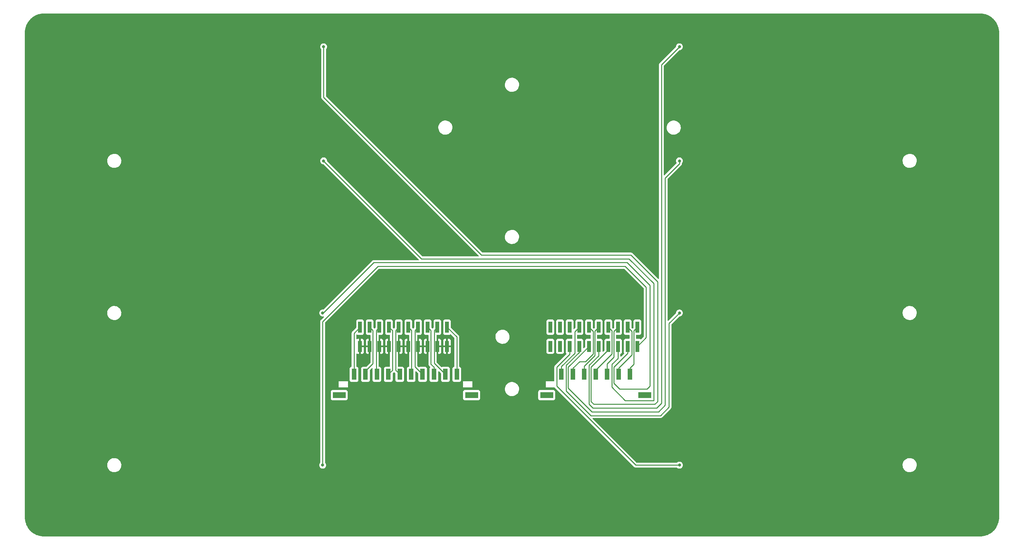
<source format=gbr>
%TF.GenerationSoftware,KiCad,Pcbnew,7.0.1*%
%TF.CreationDate,2025-05-28T16:08:48+02:00*%
%TF.ProjectId,federkontaktplatine_oben,66656465-726b-46f6-9e74-616b74706c61,rev?*%
%TF.SameCoordinates,Original*%
%TF.FileFunction,Copper,L1,Top*%
%TF.FilePolarity,Positive*%
%FSLAX46Y46*%
G04 Gerber Fmt 4.6, Leading zero omitted, Abs format (unit mm)*
G04 Created by KiCad (PCBNEW 7.0.1) date 2025-05-28 16:08:48*
%MOMM*%
%LPD*%
G01*
G04 APERTURE LIST*
%TA.AperFunction,SMDPad,CuDef*%
%ADD10R,1.000000X3.000000*%
%TD*%
%TA.AperFunction,SMDPad,CuDef*%
%ADD11R,1.270000X2.920000*%
%TD*%
%TA.AperFunction,SMDPad,CuDef*%
%ADD12R,3.430000X1.650000*%
%TD*%
%TA.AperFunction,ViaPad*%
%ADD13C,0.800000*%
%TD*%
%TA.AperFunction,Conductor*%
%ADD14C,0.250000*%
%TD*%
G04 APERTURE END LIST*
D10*
%TO.P,J4,1,Pin_1*%
%TO.N,Net-(J4-Pin_1)*%
X180930000Y-107520000D03*
%TO.P,J4,2,Pin_2*%
%TO.N,Net-(J2-Pin_1)*%
X180930000Y-102480000D03*
%TO.P,J4,3,Pin_3*%
%TO.N,Net-(J4-Pin_3)*%
X178390000Y-107520000D03*
%TO.P,J4,4,Pin_4*%
%TO.N,Net-(J2-Pin_2)*%
X178390000Y-102480000D03*
%TO.P,J4,5,Pin_5*%
%TO.N,Net-(J4-Pin_5)*%
X175850000Y-107520000D03*
%TO.P,J4,6,Pin_6*%
%TO.N,Net-(J2-Pin_3)*%
X175850000Y-102480000D03*
%TO.P,J4,7,Pin_7*%
%TO.N,Net-(J4-Pin_7)*%
X173310000Y-107520000D03*
%TO.P,J4,8,Pin_8*%
%TO.N,Net-(J2-Pin_4)*%
X173310000Y-102480000D03*
%TO.P,J4,9,Pin_9*%
%TO.N,Net-(J4-Pin_9)*%
X170770000Y-107520000D03*
%TO.P,J4,10,Pin_10*%
%TO.N,Net-(J2-Pin_5)*%
X170770000Y-102480000D03*
%TO.P,J4,11,Pin_11*%
%TO.N,Net-(J4-Pin_11)*%
X168230000Y-107520000D03*
%TO.P,J4,12,Pin_12*%
%TO.N,Net-(J2-Pin_6)*%
X168230000Y-102480000D03*
%TO.P,J4,13,Pin_13*%
%TO.N,Net-(J4-Pin_13)*%
X165690000Y-107520000D03*
%TO.P,J4,14,Pin_14*%
%TO.N,Net-(J2-Pin_7)*%
X165690000Y-102480000D03*
%TO.P,J4,15,Pin_15*%
%TO.N,Net-(J4-Pin_15)*%
X163150000Y-107520000D03*
%TO.P,J4,16,Pin_16*%
%TO.N,unconnected-(J4-Pin_16-Pad16)*%
X163150000Y-102480000D03*
%TO.P,J4,17,Pin_17*%
%TO.N,unconnected-(J4-Pin_17-Pad17)*%
X160610000Y-107520000D03*
%TO.P,J4,18,Pin_18*%
%TO.N,unconnected-(J4-Pin_18-Pad18)*%
X160610000Y-102480000D03*
%TO.P,J4,19,Pin_19*%
%TO.N,unconnected-(J4-Pin_19-Pad19)*%
X158070000Y-107520000D03*
%TO.P,J4,20,Pin_20*%
%TO.N,unconnected-(J4-Pin_20-Pad20)*%
X158070000Y-102480000D03*
%TD*%
%TO.P,J3,1,Pin_1*%
%TO.N,GND*%
X130930000Y-107520000D03*
%TO.P,J3,2,Pin_2*%
%TO.N,Net-(J1-Pin_1)*%
X130930000Y-102480000D03*
%TO.P,J3,3,Pin_3*%
%TO.N,GND*%
X128390000Y-107520000D03*
%TO.P,J3,4,Pin_4*%
%TO.N,Net-(J1-Pin_2)*%
X128390000Y-102480000D03*
%TO.P,J3,5,Pin_5*%
%TO.N,GND*%
X125850000Y-107520000D03*
%TO.P,J3,6,Pin_6*%
%TO.N,Net-(J1-Pin_3)*%
X125850000Y-102480000D03*
%TO.P,J3,7,Pin_7*%
%TO.N,GND*%
X123310000Y-107520000D03*
%TO.P,J3,8,Pin_8*%
%TO.N,Net-(J1-Pin_4)*%
X123310000Y-102480000D03*
%TO.P,J3,9,Pin_9*%
%TO.N,GND*%
X120770000Y-107520000D03*
%TO.P,J3,10,Pin_10*%
%TO.N,Net-(J1-Pin_5)*%
X120770000Y-102480000D03*
%TO.P,J3,11,Pin_11*%
%TO.N,GND*%
X118230000Y-107520000D03*
%TO.P,J3,12,Pin_12*%
%TO.N,Net-(J1-Pin_6)*%
X118230000Y-102480000D03*
%TO.P,J3,13,Pin_13*%
%TO.N,GND*%
X115690000Y-107520000D03*
%TO.P,J3,14,Pin_14*%
%TO.N,Net-(J1-Pin_7)*%
X115690000Y-102480000D03*
%TO.P,J3,15,Pin_15*%
%TO.N,GND*%
X113150000Y-107520000D03*
%TO.P,J3,16,Pin_16*%
%TO.N,Net-(J1-Pin_8)*%
X113150000Y-102480000D03*
%TO.P,J3,17,Pin_17*%
%TO.N,GND*%
X110610000Y-107520000D03*
%TO.P,J3,18,Pin_18*%
%TO.N,Net-(J1-Pin_9)*%
X110610000Y-102480000D03*
%TO.P,J3,19,Pin_19*%
%TO.N,GND*%
X108070000Y-107520000D03*
%TO.P,J3,20,Pin_20*%
%TO.N,Net-(J1-Pin_10)*%
X108070000Y-102480000D03*
%TD*%
D11*
%TO.P,J1,1,Pin_1*%
%TO.N,Net-(J1-Pin_1)*%
X133500000Y-114880000D03*
%TO.P,J1,2,Pin_2*%
%TO.N,Net-(J1-Pin_2)*%
X130500000Y-114880000D03*
%TO.P,J1,3,Pin_3*%
%TO.N,Net-(J1-Pin_3)*%
X127500000Y-114880000D03*
%TO.P,J1,4,Pin_4*%
%TO.N,Net-(J1-Pin_4)*%
X124500000Y-114880000D03*
%TO.P,J1,5,Pin_5*%
%TO.N,Net-(J1-Pin_5)*%
X121500000Y-114880000D03*
%TO.P,J1,6,Pin_6*%
%TO.N,Net-(J1-Pin_6)*%
X118500000Y-114880000D03*
%TO.P,J1,7,Pin_7*%
%TO.N,Net-(J1-Pin_7)*%
X115500000Y-114880000D03*
%TO.P,J1,8,Pin_8*%
%TO.N,Net-(J1-Pin_8)*%
X112500000Y-114880000D03*
%TO.P,J1,9,Pin_9*%
%TO.N,Net-(J1-Pin_9)*%
X109500000Y-114880000D03*
%TO.P,J1,10,Pin_10*%
%TO.N,Net-(J1-Pin_10)*%
X106500000Y-114880000D03*
D12*
%TO.P,J1,S1*%
%TO.N,N/C*%
X137385000Y-120350000D03*
%TO.P,J1,S2*%
X102615000Y-120350000D03*
%TD*%
D11*
%TO.P,J2,1,Pin_1*%
%TO.N,Net-(J2-Pin_1)*%
X179000000Y-114880000D03*
%TO.P,J2,2,Pin_2*%
%TO.N,Net-(J2-Pin_2)*%
X176000000Y-114880000D03*
%TO.P,J2,3,Pin_3*%
%TO.N,Net-(J2-Pin_3)*%
X173000000Y-114880000D03*
%TO.P,J2,4,Pin_4*%
%TO.N,Net-(J2-Pin_4)*%
X170000000Y-114880000D03*
%TO.P,J2,5,Pin_5*%
%TO.N,Net-(J2-Pin_5)*%
X167000000Y-114880000D03*
%TO.P,J2,6,Pin_6*%
%TO.N,Net-(J2-Pin_6)*%
X164000000Y-114880000D03*
%TO.P,J2,7,Pin_7*%
%TO.N,Net-(J2-Pin_7)*%
X161000000Y-114880000D03*
D12*
%TO.P,J2,S1*%
%TO.N,N/C*%
X182885000Y-120350000D03*
%TO.P,J2,S2*%
X157115000Y-120350000D03*
%TD*%
D13*
%TO.N,Net-(J4-Pin_1)*%
X98250000Y-138750000D03*
%TO.N,Net-(J4-Pin_3)*%
X98250000Y-98750000D03*
%TO.N,Net-(J4-Pin_5)*%
X98500000Y-58750000D03*
%TO.N,Net-(J4-Pin_7)*%
X98500000Y-28750000D03*
%TO.N,Net-(J4-Pin_9)*%
X192000000Y-28750000D03*
%TO.N,Net-(J4-Pin_11)*%
X192000000Y-58750000D03*
%TO.N,Net-(J4-Pin_13)*%
X192000000Y-98750000D03*
%TO.N,Net-(J4-Pin_15)*%
X192000000Y-138750000D03*
%TD*%
D14*
%TO.N,Net-(J2-Pin_1)*%
X180000000Y-112250000D02*
X180000000Y-103410000D01*
X180000000Y-103410000D02*
X180930000Y-102480000D01*
X179000000Y-114880000D02*
X179000000Y-113250000D01*
X179000000Y-113250000D02*
X180000000Y-112250000D01*
%TO.N,Net-(J2-Pin_2)*%
X176000000Y-114880000D02*
X176000000Y-113250000D01*
X179500000Y-109750000D02*
X179500000Y-103590000D01*
X179500000Y-103590000D02*
X178390000Y-102480000D01*
X176000000Y-113250000D02*
X179500000Y-109750000D01*
%TO.N,Net-(J2-Pin_3)*%
X173000000Y-114880000D02*
X173000000Y-112125000D01*
X174750000Y-110375000D02*
X174750000Y-103580000D01*
X174750000Y-103580000D02*
X175850000Y-102480000D01*
X173000000Y-112125000D02*
X174750000Y-110375000D01*
%TO.N,Net-(J2-Pin_4)*%
X170000000Y-113750000D02*
X174250000Y-109500000D01*
X170000000Y-114880000D02*
X170000000Y-113750000D01*
X174250000Y-103420000D02*
X173310000Y-102480000D01*
X174250000Y-109500000D02*
X174250000Y-103420000D01*
%TO.N,Net-(J2-Pin_5)*%
X167000000Y-112718750D02*
X169750000Y-109968750D01*
X169750000Y-103500000D02*
X170770000Y-102480000D01*
X167000000Y-114880000D02*
X167000000Y-112718750D01*
X169750000Y-109968750D02*
X169750000Y-103500000D01*
%TO.N,Net-(J2-Pin_6)*%
X169300000Y-109487500D02*
X169300000Y-103550000D01*
X165750000Y-111500000D02*
X167287500Y-111500000D01*
X164000000Y-114880000D02*
X164000000Y-113250000D01*
X164000000Y-113250000D02*
X165750000Y-111500000D01*
X167287500Y-111500000D02*
X169300000Y-109487500D01*
X169300000Y-103550000D02*
X168230000Y-102480000D01*
%TO.N,Net-(J2-Pin_7)*%
X161000000Y-114880000D02*
X161000000Y-112812500D01*
X164500000Y-103670000D02*
X165690000Y-102480000D01*
X164500000Y-109312500D02*
X164500000Y-103670000D01*
X161000000Y-112812500D02*
X164500000Y-109312500D01*
%TO.N,Net-(J4-Pin_1)*%
X98250000Y-101000000D02*
X98250000Y-138750000D01*
X183250000Y-92000000D02*
X177750000Y-86500000D01*
X112750000Y-86500000D02*
X98250000Y-101000000D01*
X180930000Y-107520000D02*
X183250000Y-105200000D01*
X183250000Y-105200000D02*
X183250000Y-92000000D01*
X177750000Y-86500000D02*
X112750000Y-86500000D01*
%TO.N,Net-(J4-Pin_3)*%
X184250000Y-91500000D02*
X178250000Y-85500000D01*
X178390000Y-107520000D02*
X178390000Y-109360000D01*
X178250000Y-85500000D02*
X111662037Y-85500000D01*
X178390000Y-109360000D02*
X174750000Y-113000000D01*
X174750000Y-117250000D02*
X176250000Y-118750000D01*
X98412037Y-98750000D02*
X98250000Y-98750000D01*
X183500000Y-118750000D02*
X184250000Y-118000000D01*
X176250000Y-118750000D02*
X183500000Y-118750000D01*
X184250000Y-118000000D02*
X184250000Y-91500000D01*
X174750000Y-113000000D02*
X174750000Y-117250000D01*
X111662037Y-85500000D02*
X98412037Y-98750000D01*
%TO.N,Net-(J4-Pin_5)*%
X185250000Y-121750000D02*
X177750000Y-121750000D01*
X178750000Y-84500000D02*
X185250000Y-91000000D01*
X124250000Y-84500000D02*
X178750000Y-84500000D01*
X185250000Y-91000000D02*
X185250000Y-121750000D01*
X177750000Y-121750000D02*
X174250000Y-118250000D01*
X174250000Y-118250000D02*
X174250000Y-112250000D01*
X174250000Y-112250000D02*
X175850000Y-110650000D01*
X175850000Y-110650000D02*
X175850000Y-107520000D01*
X98500000Y-58750000D02*
X124250000Y-84500000D01*
%TO.N,Net-(J4-Pin_7)*%
X186250000Y-90500000D02*
X179250000Y-83500000D01*
X185500000Y-122750000D02*
X186250000Y-122000000D01*
X140000000Y-83500000D02*
X98500000Y-42000000D01*
X173310000Y-108440000D02*
X168750000Y-113000000D01*
X186250000Y-122000000D02*
X186250000Y-90500000D01*
X169500000Y-122750000D02*
X185500000Y-122750000D01*
X168750000Y-122000000D02*
X169500000Y-122750000D01*
X173310000Y-107520000D02*
X173310000Y-108440000D01*
X179250000Y-83500000D02*
X140000000Y-83500000D01*
X168750000Y-113000000D02*
X168750000Y-122000000D01*
X98500000Y-42000000D02*
X98500000Y-28750000D01*
%TO.N,Net-(J4-Pin_9)*%
X170770000Y-109980000D02*
X168250000Y-112500000D01*
X169250000Y-123750000D02*
X186000000Y-123750000D01*
X168250000Y-112500000D02*
X168250000Y-122750000D01*
X170770000Y-107520000D02*
X170770000Y-109980000D01*
X187250000Y-122500000D02*
X187250000Y-33500000D01*
X186000000Y-123750000D02*
X187250000Y-122500000D01*
X187250000Y-33500000D02*
X192000000Y-28750000D01*
X168250000Y-122750000D02*
X169250000Y-123750000D01*
%TO.N,Net-(J4-Pin_11)*%
X192000000Y-59500000D02*
X192000000Y-58750000D01*
X162750000Y-113000000D02*
X162750000Y-118500000D01*
X188250000Y-63250000D02*
X192000000Y-59500000D01*
X169000000Y-124750000D02*
X186500000Y-124750000D01*
X186500000Y-124750000D02*
X188250000Y-123000000D01*
X188250000Y-123000000D02*
X188250000Y-63250000D01*
X168230000Y-107520000D02*
X162750000Y-113000000D01*
X162750000Y-118500000D02*
X169000000Y-124750000D01*
%TO.N,Net-(J4-Pin_13)*%
X165690000Y-107520000D02*
X165690000Y-109060000D01*
X162250000Y-112500000D02*
X162250000Y-119250000D01*
X165690000Y-109060000D02*
X162250000Y-112500000D01*
X168750000Y-125750000D02*
X187000000Y-125750000D01*
X162250000Y-119250000D02*
X168750000Y-125750000D01*
X189250000Y-101500000D02*
X192000000Y-98750000D01*
X187000000Y-125750000D02*
X189250000Y-123500000D01*
X189250000Y-123500000D02*
X189250000Y-101500000D01*
%TO.N,Net-(J4-Pin_15)*%
X159750000Y-118000000D02*
X159750000Y-113000000D01*
X180500000Y-138750000D02*
X159750000Y-118000000D01*
X159750000Y-113000000D02*
X163150000Y-109600000D01*
X163150000Y-109600000D02*
X163150000Y-107520000D01*
X192000000Y-138750000D02*
X180500000Y-138750000D01*
%TO.N,Net-(J1-Pin_10)*%
X106500000Y-104050000D02*
X108070000Y-102480000D01*
X106500000Y-114880000D02*
X106500000Y-104050000D01*
%TO.N,Net-(J1-Pin_9)*%
X111435000Y-112065000D02*
X111435000Y-103305000D01*
X109500000Y-114880000D02*
X109500000Y-114000000D01*
X111435000Y-103305000D02*
X110610000Y-102480000D01*
X109500000Y-114000000D02*
X111435000Y-112065000D01*
%TO.N,Net-(J1-Pin_8)*%
X112500000Y-114880000D02*
X112325000Y-114705000D01*
X112325000Y-114705000D02*
X112325000Y-103305000D01*
X112325000Y-103305000D02*
X113150000Y-102480000D01*
%TO.N,Net-(J1-Pin_7)*%
X116560000Y-103350000D02*
X115690000Y-102480000D01*
X115500000Y-114880000D02*
X116560000Y-113820000D01*
X116560000Y-113820000D02*
X116560000Y-103350000D01*
%TO.N,Net-(J1-Pin_6)*%
X117405000Y-113785000D02*
X117405000Y-103305000D01*
X117405000Y-103305000D02*
X118230000Y-102480000D01*
X118500000Y-114880000D02*
X117405000Y-113785000D01*
%TO.N,Net-(J1-Pin_5)*%
X121500000Y-114880000D02*
X121595000Y-114785000D01*
X121595000Y-114785000D02*
X121595000Y-103305000D01*
X121595000Y-103305000D02*
X120770000Y-102480000D01*
%TO.N,Net-(J1-Pin_4)*%
X124500000Y-114880000D02*
X122485000Y-112865000D01*
X122485000Y-103305000D02*
X123310000Y-102480000D01*
X122485000Y-112865000D02*
X122485000Y-103305000D01*
%TO.N,Net-(J1-Pin_3)*%
X126675000Y-112175000D02*
X126675000Y-103305000D01*
X126675000Y-103305000D02*
X125850000Y-102480000D01*
X127500000Y-113000000D02*
X126675000Y-112175000D01*
X127500000Y-114880000D02*
X127500000Y-113000000D01*
%TO.N,Net-(J1-Pin_2)*%
X127565000Y-103305000D02*
X128390000Y-102480000D01*
X127565000Y-111945000D02*
X127565000Y-103305000D01*
X130500000Y-114880000D02*
X127565000Y-111945000D01*
%TO.N,Net-(J1-Pin_1)*%
X133500000Y-105050000D02*
X130930000Y-102480000D01*
X133500000Y-114880000D02*
X133500000Y-105050000D01*
%TD*%
%TA.AperFunction,Conductor*%
%TO.N,GND*%
G36*
X271002562Y-20000605D02*
G01*
X271217600Y-20009500D01*
X271413455Y-20018052D01*
X271423330Y-20018881D01*
X271636706Y-20045479D01*
X271636793Y-20045490D01*
X271834945Y-20071577D01*
X271844192Y-20073153D01*
X272053521Y-20117044D01*
X272054765Y-20117312D01*
X272250386Y-20160680D01*
X272258901Y-20162889D01*
X272463665Y-20223850D01*
X272465325Y-20224359D01*
X272656696Y-20284698D01*
X272664453Y-20287431D01*
X272863363Y-20365046D01*
X272865513Y-20365911D01*
X273051024Y-20442752D01*
X273057972Y-20445886D01*
X273225903Y-20527982D01*
X273249587Y-20539561D01*
X273252383Y-20540972D01*
X273430420Y-20633652D01*
X273436636Y-20637118D01*
X273619793Y-20746255D01*
X273622929Y-20748187D01*
X273686491Y-20788681D01*
X273792282Y-20856078D01*
X273797710Y-20859741D01*
X273971184Y-20983599D01*
X273974616Y-20986140D01*
X274133912Y-21108372D01*
X274138567Y-21112126D01*
X274301226Y-21249891D01*
X274304838Y-21253072D01*
X274452925Y-21388769D01*
X274456807Y-21392486D01*
X274607512Y-21543191D01*
X274611232Y-21547076D01*
X274746921Y-21695155D01*
X274750107Y-21698772D01*
X274887872Y-21861431D01*
X274891626Y-21866086D01*
X275013858Y-22025382D01*
X275016399Y-22028814D01*
X275140257Y-22202288D01*
X275143920Y-22207716D01*
X275251800Y-22377052D01*
X275253743Y-22380205D01*
X275362880Y-22563362D01*
X275366346Y-22569578D01*
X275459026Y-22747615D01*
X275460437Y-22750411D01*
X275554099Y-22941997D01*
X275557260Y-22949005D01*
X275634051Y-23134395D01*
X275635008Y-23136774D01*
X275712559Y-23335523D01*
X275715302Y-23343309D01*
X275775602Y-23534554D01*
X275776186Y-23536460D01*
X275837105Y-23741084D01*
X275839321Y-23749627D01*
X275882671Y-23945166D01*
X275882971Y-23946559D01*
X275926844Y-24155802D01*
X275928422Y-24165062D01*
X275954459Y-24362829D01*
X275954568Y-24363677D01*
X275981114Y-24576641D01*
X275981948Y-24586570D01*
X275990513Y-24782728D01*
X275990525Y-24783013D01*
X275999394Y-24997438D01*
X275999500Y-25002562D01*
X275999500Y-152497438D01*
X275999394Y-152502563D01*
X275990525Y-152716987D01*
X275990513Y-152717271D01*
X275981948Y-152913428D01*
X275981114Y-152923357D01*
X275954568Y-153136321D01*
X275954459Y-153137169D01*
X275928422Y-153334936D01*
X275926844Y-153344196D01*
X275882971Y-153553439D01*
X275882671Y-153554832D01*
X275839321Y-153750371D01*
X275837105Y-153758914D01*
X275776186Y-153963538D01*
X275775602Y-153965444D01*
X275715302Y-154156689D01*
X275712559Y-154164475D01*
X275635008Y-154363224D01*
X275634051Y-154365603D01*
X275557260Y-154550993D01*
X275554099Y-154558001D01*
X275460437Y-154749587D01*
X275459026Y-154752383D01*
X275366346Y-154930420D01*
X275362880Y-154936636D01*
X275253743Y-155119793D01*
X275251800Y-155122946D01*
X275143920Y-155292282D01*
X275140257Y-155297710D01*
X275016399Y-155471184D01*
X275013858Y-155474616D01*
X274891626Y-155633912D01*
X274887872Y-155638567D01*
X274750107Y-155801226D01*
X274746908Y-155804858D01*
X274611254Y-155952899D01*
X274607512Y-155956807D01*
X274456807Y-156107512D01*
X274452899Y-156111254D01*
X274304858Y-156246908D01*
X274301226Y-156250107D01*
X274138567Y-156387872D01*
X274133912Y-156391626D01*
X273974616Y-156513858D01*
X273971184Y-156516399D01*
X273797710Y-156640257D01*
X273792282Y-156643920D01*
X273622946Y-156751800D01*
X273619793Y-156753743D01*
X273436636Y-156862880D01*
X273430420Y-156866346D01*
X273252383Y-156959026D01*
X273249587Y-156960437D01*
X273058001Y-157054099D01*
X273050993Y-157057260D01*
X272865603Y-157134051D01*
X272863224Y-157135008D01*
X272664475Y-157212559D01*
X272656689Y-157215302D01*
X272465444Y-157275602D01*
X272463538Y-157276186D01*
X272258914Y-157337105D01*
X272250371Y-157339321D01*
X272054832Y-157382671D01*
X272053439Y-157382971D01*
X271844196Y-157426844D01*
X271834936Y-157428422D01*
X271637169Y-157454459D01*
X271636321Y-157454568D01*
X271423357Y-157481114D01*
X271413428Y-157481948D01*
X271217381Y-157490508D01*
X271217097Y-157490520D01*
X271002563Y-157499394D01*
X270997438Y-157499500D01*
X25002562Y-157499500D01*
X24997437Y-157499394D01*
X24782901Y-157490520D01*
X24782617Y-157490508D01*
X24586570Y-157481948D01*
X24576641Y-157481114D01*
X24363677Y-157454568D01*
X24362829Y-157454459D01*
X24165062Y-157428422D01*
X24155802Y-157426844D01*
X23946559Y-157382971D01*
X23945166Y-157382671D01*
X23749627Y-157339321D01*
X23741084Y-157337105D01*
X23536460Y-157276186D01*
X23534554Y-157275602D01*
X23343309Y-157215302D01*
X23335523Y-157212559D01*
X23206985Y-157162404D01*
X23136734Y-157134991D01*
X23134395Y-157134051D01*
X22949005Y-157057260D01*
X22941997Y-157054099D01*
X22750411Y-156960437D01*
X22747615Y-156959026D01*
X22569578Y-156866346D01*
X22563362Y-156862880D01*
X22380205Y-156753743D01*
X22377052Y-156751800D01*
X22207716Y-156643920D01*
X22202288Y-156640257D01*
X22028814Y-156516399D01*
X22025382Y-156513858D01*
X21866086Y-156391626D01*
X21861431Y-156387872D01*
X21698772Y-156250107D01*
X21695155Y-156246921D01*
X21547076Y-156111232D01*
X21543191Y-156107512D01*
X21392486Y-155956807D01*
X21388769Y-155952925D01*
X21253072Y-155804838D01*
X21249891Y-155801226D01*
X21112126Y-155638567D01*
X21108372Y-155633912D01*
X20986140Y-155474616D01*
X20983599Y-155471184D01*
X20859741Y-155297710D01*
X20856078Y-155292282D01*
X20748198Y-155122946D01*
X20746255Y-155119793D01*
X20637118Y-154936636D01*
X20633652Y-154930420D01*
X20540972Y-154752383D01*
X20539561Y-154749587D01*
X20527982Y-154725903D01*
X20445886Y-154557972D01*
X20442752Y-154551024D01*
X20365911Y-154365513D01*
X20365046Y-154363363D01*
X20287431Y-154164453D01*
X20284696Y-154156689D01*
X20224359Y-153965325D01*
X20223850Y-153963665D01*
X20162889Y-153758901D01*
X20160680Y-153750386D01*
X20117312Y-153554765D01*
X20117027Y-153553439D01*
X20111495Y-153527057D01*
X20073153Y-153344192D01*
X20071576Y-153334936D01*
X20045490Y-153136793D01*
X20045483Y-153136743D01*
X20018881Y-152923330D01*
X20018052Y-152913455D01*
X20009486Y-152717271D01*
X20000605Y-152502562D01*
X20000500Y-152497439D01*
X20000500Y-138817764D01*
X41645787Y-138817764D01*
X41675413Y-139087016D01*
X41675414Y-139087018D01*
X41743928Y-139349088D01*
X41822572Y-139534152D01*
X41849871Y-139598392D01*
X41990982Y-139829611D01*
X42080253Y-139936881D01*
X42164255Y-140037820D01*
X42365998Y-140218582D01*
X42591910Y-140368044D01*
X42698211Y-140417875D01*
X42837177Y-140483021D01*
X43096562Y-140561058D01*
X43096569Y-140561060D01*
X43364561Y-140600500D01*
X43567631Y-140600500D01*
X43567634Y-140600500D01*
X43770156Y-140585677D01*
X43770156Y-140585676D01*
X44034553Y-140526780D01*
X44287558Y-140430014D01*
X44523777Y-140297441D01*
X44738177Y-140131888D01*
X44926186Y-139936881D01*
X45083799Y-139716579D01*
X45207656Y-139475675D01*
X45295118Y-139219305D01*
X45344319Y-138952933D01*
X45351735Y-138749999D01*
X97344540Y-138749999D01*
X97364326Y-138938257D01*
X97422820Y-139118284D01*
X97517466Y-139282216D01*
X97644129Y-139422889D01*
X97797269Y-139534151D01*
X97970197Y-139611144D01*
X98155352Y-139650500D01*
X98155354Y-139650500D01*
X98344646Y-139650500D01*
X98344648Y-139650500D01*
X98468083Y-139624262D01*
X98529803Y-139611144D01*
X98702730Y-139534151D01*
X98855871Y-139422888D01*
X98982533Y-139282216D01*
X99077179Y-139118284D01*
X99135674Y-138938256D01*
X99155460Y-138750000D01*
X99135674Y-138561744D01*
X99105332Y-138468363D01*
X99077179Y-138381715D01*
X98982535Y-138217786D01*
X98969427Y-138203229D01*
X98907347Y-138134282D01*
X98883736Y-138095751D01*
X98875500Y-138051313D01*
X98875500Y-121222869D01*
X100399500Y-121222869D01*
X100405909Y-121282483D01*
X100456204Y-121417331D01*
X100542454Y-121532546D01*
X100657669Y-121618796D01*
X100792517Y-121669091D01*
X100852127Y-121675500D01*
X104377872Y-121675499D01*
X104437483Y-121669091D01*
X104572331Y-121618796D01*
X104687546Y-121532546D01*
X104773796Y-121417331D01*
X104824091Y-121282483D01*
X104830500Y-121222873D01*
X104830500Y-121222869D01*
X135169500Y-121222869D01*
X135175909Y-121282483D01*
X135226204Y-121417331D01*
X135312454Y-121532546D01*
X135427669Y-121618796D01*
X135562517Y-121669091D01*
X135622127Y-121675500D01*
X139147872Y-121675499D01*
X139207483Y-121669091D01*
X139342331Y-121618796D01*
X139457546Y-121532546D01*
X139543796Y-121417331D01*
X139594091Y-121282483D01*
X139600500Y-121222873D01*
X139600500Y-121222869D01*
X154899500Y-121222869D01*
X154905909Y-121282483D01*
X154956204Y-121417331D01*
X155042454Y-121532546D01*
X155157669Y-121618796D01*
X155292517Y-121669091D01*
X155352127Y-121675500D01*
X158877872Y-121675499D01*
X158937483Y-121669091D01*
X159072331Y-121618796D01*
X159187546Y-121532546D01*
X159273796Y-121417331D01*
X159324091Y-121282483D01*
X159330500Y-121222873D01*
X159330499Y-119477128D01*
X159324091Y-119417517D01*
X159273796Y-119282669D01*
X159187546Y-119167454D01*
X159072331Y-119081204D01*
X158937483Y-119030909D01*
X158877873Y-119024500D01*
X158877869Y-119024500D01*
X155352130Y-119024500D01*
X155292515Y-119030909D01*
X155157669Y-119081204D01*
X155042454Y-119167454D01*
X154956204Y-119282668D01*
X154905909Y-119417516D01*
X154899500Y-119477130D01*
X154899500Y-121222869D01*
X139600500Y-121222869D01*
X139600499Y-119477128D01*
X139594091Y-119417517D01*
X139543796Y-119282669D01*
X139457546Y-119167454D01*
X139342331Y-119081204D01*
X139207483Y-119030909D01*
X139147873Y-119024500D01*
X139147869Y-119024500D01*
X135622130Y-119024500D01*
X135562515Y-119030909D01*
X135427669Y-119081204D01*
X135312454Y-119167454D01*
X135226204Y-119282668D01*
X135175909Y-119417516D01*
X135169500Y-119477130D01*
X135169500Y-121222869D01*
X104830500Y-121222869D01*
X104830499Y-119477128D01*
X104824091Y-119417517D01*
X104773796Y-119282669D01*
X104687546Y-119167454D01*
X104572331Y-119081204D01*
X104437483Y-119030909D01*
X104377873Y-119024500D01*
X104377869Y-119024500D01*
X100852130Y-119024500D01*
X100792515Y-119030909D01*
X100657669Y-119081204D01*
X100542454Y-119167454D01*
X100456204Y-119282668D01*
X100405909Y-119417516D01*
X100399500Y-119477130D01*
X100399500Y-121222869D01*
X98875500Y-121222869D01*
X98875500Y-118817764D01*
X146145787Y-118817764D01*
X146175413Y-119087016D01*
X146209998Y-119219304D01*
X146243928Y-119349088D01*
X146324130Y-119537818D01*
X146349871Y-119598392D01*
X146490982Y-119829611D01*
X146580253Y-119936881D01*
X146664255Y-120037820D01*
X146865998Y-120218582D01*
X147091910Y-120368044D01*
X147198211Y-120417875D01*
X147337177Y-120483021D01*
X147596562Y-120561058D01*
X147596569Y-120561060D01*
X147864561Y-120600500D01*
X148067631Y-120600500D01*
X148067634Y-120600500D01*
X148270156Y-120585677D01*
X148270155Y-120585677D01*
X148534553Y-120526780D01*
X148787558Y-120430014D01*
X149023777Y-120297441D01*
X149238177Y-120131888D01*
X149426186Y-119936881D01*
X149583799Y-119716579D01*
X149707656Y-119475675D01*
X149795118Y-119219305D01*
X149844319Y-118952933D01*
X149854212Y-118682235D01*
X149824586Y-118412982D01*
X149756072Y-118150912D01*
X149650130Y-117901610D01*
X149549670Y-117737000D01*
X149509017Y-117670388D01*
X149335746Y-117462181D01*
X149230758Y-117368112D01*
X149134002Y-117281418D01*
X148908090Y-117131956D01*
X148908086Y-117131954D01*
X148662822Y-117016978D01*
X148403437Y-116938941D01*
X148403431Y-116938940D01*
X148135439Y-116899500D01*
X147932369Y-116899500D01*
X147932366Y-116899500D01*
X147729843Y-116914322D01*
X147465449Y-116973219D01*
X147212441Y-117069986D01*
X146976223Y-117202559D01*
X146761825Y-117368109D01*
X146573813Y-117563120D01*
X146416201Y-117783420D01*
X146292342Y-118024329D01*
X146204881Y-118280695D01*
X146155680Y-118547066D01*
X146145787Y-118817764D01*
X98875500Y-118817764D01*
X98875500Y-116700000D01*
X102425000Y-116700000D01*
X102425000Y-118300000D01*
X104875000Y-118300000D01*
X104875000Y-116700000D01*
X102425000Y-116700000D01*
X98875500Y-116700000D01*
X98875500Y-116387869D01*
X105364500Y-116387869D01*
X105370909Y-116447483D01*
X105421204Y-116582331D01*
X105507454Y-116697546D01*
X105622669Y-116783796D01*
X105757517Y-116834091D01*
X105817127Y-116840500D01*
X107182872Y-116840499D01*
X107242483Y-116834091D01*
X107377331Y-116783796D01*
X107492546Y-116697546D01*
X107578796Y-116582331D01*
X107629091Y-116447483D01*
X107635500Y-116387873D01*
X107635500Y-116387869D01*
X108364500Y-116387869D01*
X108370909Y-116447483D01*
X108421204Y-116582331D01*
X108507454Y-116697546D01*
X108622669Y-116783796D01*
X108757517Y-116834091D01*
X108817127Y-116840500D01*
X110182872Y-116840499D01*
X110242483Y-116834091D01*
X110377331Y-116783796D01*
X110492546Y-116697546D01*
X110578796Y-116582331D01*
X110629091Y-116447483D01*
X110635500Y-116387873D01*
X110635499Y-113800452D01*
X110644938Y-113753000D01*
X110671818Y-113712772D01*
X110885500Y-113499090D01*
X111158366Y-113226223D01*
X111210260Y-113195182D01*
X111270669Y-113192377D01*
X111325220Y-113218476D01*
X111360940Y-113267272D01*
X111369334Y-113327160D01*
X111364500Y-113372128D01*
X111364500Y-116387869D01*
X111370909Y-116447483D01*
X111421204Y-116582331D01*
X111507454Y-116697546D01*
X111622669Y-116783796D01*
X111757517Y-116834091D01*
X111817127Y-116840500D01*
X113182872Y-116840499D01*
X113242483Y-116834091D01*
X113377331Y-116783796D01*
X113492546Y-116697546D01*
X113578796Y-116582331D01*
X113629091Y-116447483D01*
X113635500Y-116387873D01*
X113635500Y-116387869D01*
X114364500Y-116387869D01*
X114370909Y-116447483D01*
X114421204Y-116582331D01*
X114507454Y-116697546D01*
X114622669Y-116783796D01*
X114757517Y-116834091D01*
X114817127Y-116840500D01*
X116182872Y-116840499D01*
X116242483Y-116834091D01*
X116377331Y-116783796D01*
X116492546Y-116697546D01*
X116578796Y-116582331D01*
X116629091Y-116447483D01*
X116635500Y-116387873D01*
X116635499Y-114680451D01*
X116644938Y-114632999D01*
X116671815Y-114592774D01*
X116912318Y-114352271D01*
X116967907Y-114320177D01*
X117032094Y-114320177D01*
X117087681Y-114352271D01*
X117328181Y-114592771D01*
X117355061Y-114632999D01*
X117364500Y-114680452D01*
X117364500Y-116387869D01*
X117370909Y-116447483D01*
X117421204Y-116582331D01*
X117507454Y-116697546D01*
X117622669Y-116783796D01*
X117757517Y-116834091D01*
X117817127Y-116840500D01*
X119182872Y-116840499D01*
X119242483Y-116834091D01*
X119377331Y-116783796D01*
X119492546Y-116697546D01*
X119578796Y-116582331D01*
X119629091Y-116447483D01*
X119635500Y-116387873D01*
X119635499Y-113372128D01*
X119629091Y-113312517D01*
X119578796Y-113177669D01*
X119492546Y-113062454D01*
X119377331Y-112976204D01*
X119242483Y-112925909D01*
X119182873Y-112919500D01*
X119182869Y-112919500D01*
X119182835Y-112919500D01*
X118154499Y-112919500D01*
X118092500Y-112902888D01*
X118047113Y-112857501D01*
X118030500Y-112795501D01*
X118030500Y-107770000D01*
X118480000Y-107770000D01*
X118480000Y-109520000D01*
X118777824Y-109520000D01*
X118837375Y-109513597D01*
X118972089Y-109463352D01*
X119087188Y-109377188D01*
X119173352Y-109262089D01*
X119223597Y-109127375D01*
X119230000Y-109067824D01*
X119230000Y-107770000D01*
X119770000Y-107770000D01*
X119770000Y-109067824D01*
X119776402Y-109127375D01*
X119826647Y-109262089D01*
X119912811Y-109377188D01*
X120027910Y-109463352D01*
X120162624Y-109513597D01*
X120222176Y-109520000D01*
X120520000Y-109520000D01*
X120520000Y-107770000D01*
X119770000Y-107770000D01*
X119230000Y-107770000D01*
X118480000Y-107770000D01*
X118030500Y-107770000D01*
X118030500Y-105520000D01*
X118480000Y-105520000D01*
X118480000Y-107270000D01*
X119230000Y-107270000D01*
X119770000Y-107270000D01*
X120520000Y-107270000D01*
X120520000Y-105520000D01*
X120222176Y-105520000D01*
X120162624Y-105526402D01*
X120027910Y-105576647D01*
X119912811Y-105662811D01*
X119826647Y-105777910D01*
X119776402Y-105912624D01*
X119770000Y-105972176D01*
X119770000Y-107270000D01*
X119230000Y-107270000D01*
X119230000Y-105972176D01*
X119223597Y-105912624D01*
X119173352Y-105777910D01*
X119087188Y-105662811D01*
X118972089Y-105576647D01*
X118837375Y-105526402D01*
X118777824Y-105520000D01*
X118480000Y-105520000D01*
X118030500Y-105520000D01*
X118030500Y-104604500D01*
X118047113Y-104542500D01*
X118092500Y-104497113D01*
X118154500Y-104480500D01*
X118777853Y-104480499D01*
X118777872Y-104480499D01*
X118837483Y-104474091D01*
X118972331Y-104423796D01*
X119087546Y-104337546D01*
X119173796Y-104222331D01*
X119224091Y-104087483D01*
X119230500Y-104027873D01*
X119230500Y-104027869D01*
X119769500Y-104027869D01*
X119775050Y-104079493D01*
X119775909Y-104087483D01*
X119826204Y-104222331D01*
X119912454Y-104337546D01*
X120027669Y-104423796D01*
X120162517Y-104474091D01*
X120222127Y-104480500D01*
X120845500Y-104480499D01*
X120907500Y-104497112D01*
X120952887Y-104542499D01*
X120969500Y-104604499D01*
X120969500Y-112795501D01*
X120952887Y-112857501D01*
X120907500Y-112902888D01*
X120845500Y-112919501D01*
X120817128Y-112919501D01*
X120787322Y-112922705D01*
X120757515Y-112925909D01*
X120622669Y-112976204D01*
X120507454Y-113062454D01*
X120421204Y-113177668D01*
X120370909Y-113312516D01*
X120364500Y-113372130D01*
X120364500Y-116387869D01*
X120370909Y-116447483D01*
X120421204Y-116582331D01*
X120507454Y-116697546D01*
X120622669Y-116783796D01*
X120757517Y-116834091D01*
X120817127Y-116840500D01*
X122182872Y-116840499D01*
X122242483Y-116834091D01*
X122377331Y-116783796D01*
X122492546Y-116697546D01*
X122578796Y-116582331D01*
X122629091Y-116447483D01*
X122635500Y-116387873D01*
X122635499Y-114199450D01*
X122649014Y-114143156D01*
X122686614Y-114099133D01*
X122740101Y-114076978D01*
X122797817Y-114081520D01*
X122847179Y-114111769D01*
X123328182Y-114592773D01*
X123355061Y-114632999D01*
X123364500Y-114680452D01*
X123364500Y-116387869D01*
X123370909Y-116447483D01*
X123421204Y-116582331D01*
X123507454Y-116697546D01*
X123622669Y-116783796D01*
X123757517Y-116834091D01*
X123817127Y-116840500D01*
X125182872Y-116840499D01*
X125242483Y-116834091D01*
X125377331Y-116783796D01*
X125492546Y-116697546D01*
X125578796Y-116582331D01*
X125629091Y-116447483D01*
X125635500Y-116387873D01*
X125635499Y-113372128D01*
X125629091Y-113312517D01*
X125578796Y-113177669D01*
X125492546Y-113062454D01*
X125377331Y-112976204D01*
X125242483Y-112925909D01*
X125182873Y-112919500D01*
X125182869Y-112919500D01*
X123817130Y-112919500D01*
X123757515Y-112925909D01*
X123663527Y-112960965D01*
X123622669Y-112976204D01*
X123622668Y-112976204D01*
X123605964Y-112982435D01*
X123605758Y-112981882D01*
X123573793Y-112995568D01*
X123515477Y-112991395D01*
X123465556Y-112960965D01*
X123146819Y-112642228D01*
X123119939Y-112602000D01*
X123110500Y-112554547D01*
X123110500Y-107770000D01*
X123560000Y-107770000D01*
X123560000Y-109520000D01*
X123857824Y-109520000D01*
X123917375Y-109513597D01*
X124052089Y-109463352D01*
X124167188Y-109377188D01*
X124253352Y-109262089D01*
X124303597Y-109127375D01*
X124310000Y-109067824D01*
X124310000Y-107770000D01*
X124850000Y-107770000D01*
X124850000Y-109067824D01*
X124856402Y-109127375D01*
X124906647Y-109262089D01*
X124992811Y-109377188D01*
X125107910Y-109463352D01*
X125242624Y-109513597D01*
X125302176Y-109520000D01*
X125600000Y-109520000D01*
X125600000Y-107770000D01*
X124850000Y-107770000D01*
X124310000Y-107770000D01*
X123560000Y-107770000D01*
X123110500Y-107770000D01*
X123110500Y-105520000D01*
X123560000Y-105520000D01*
X123560000Y-107270000D01*
X124310000Y-107270000D01*
X124850000Y-107270000D01*
X125600000Y-107270000D01*
X125600000Y-105520000D01*
X125302176Y-105520000D01*
X125242624Y-105526402D01*
X125107910Y-105576647D01*
X124992811Y-105662811D01*
X124906647Y-105777910D01*
X124856402Y-105912624D01*
X124850000Y-105972176D01*
X124850000Y-107270000D01*
X124310000Y-107270000D01*
X124310000Y-105972176D01*
X124303597Y-105912624D01*
X124253352Y-105777910D01*
X124167188Y-105662811D01*
X124052089Y-105576647D01*
X123917375Y-105526402D01*
X123857824Y-105520000D01*
X123560000Y-105520000D01*
X123110500Y-105520000D01*
X123110500Y-104604500D01*
X123127113Y-104542500D01*
X123172500Y-104497113D01*
X123234500Y-104480500D01*
X123857853Y-104480499D01*
X123857872Y-104480499D01*
X123917483Y-104474091D01*
X124052331Y-104423796D01*
X124167546Y-104337546D01*
X124253796Y-104222331D01*
X124304091Y-104087483D01*
X124310500Y-104027873D01*
X124310500Y-104027869D01*
X124849500Y-104027869D01*
X124855050Y-104079493D01*
X124855909Y-104087483D01*
X124906204Y-104222331D01*
X124992454Y-104337546D01*
X125107669Y-104423796D01*
X125242517Y-104474091D01*
X125302127Y-104480500D01*
X125925500Y-104480499D01*
X125987500Y-104497112D01*
X126032887Y-104542499D01*
X126049500Y-104604499D01*
X126049500Y-112092256D01*
X126047235Y-112112762D01*
X126049439Y-112182873D01*
X126049500Y-112186768D01*
X126049500Y-112214349D01*
X126050003Y-112218334D01*
X126050918Y-112229967D01*
X126052290Y-112273626D01*
X126057879Y-112292860D01*
X126061825Y-112311916D01*
X126064335Y-112331792D01*
X126080414Y-112372404D01*
X126084197Y-112383451D01*
X126096382Y-112425391D01*
X126106580Y-112442635D01*
X126115136Y-112460100D01*
X126122514Y-112478732D01*
X126122515Y-112478733D01*
X126148180Y-112514059D01*
X126154593Y-112523822D01*
X126176826Y-112561416D01*
X126176829Y-112561419D01*
X126176830Y-112561420D01*
X126190995Y-112575585D01*
X126203627Y-112590375D01*
X126215406Y-112606587D01*
X126249058Y-112634426D01*
X126257699Y-112642289D01*
X126504431Y-112889022D01*
X126534862Y-112938947D01*
X126539033Y-112997266D01*
X126516017Y-113051013D01*
X126421205Y-113177666D01*
X126370909Y-113312516D01*
X126364500Y-113372130D01*
X126364500Y-116387869D01*
X126370909Y-116447483D01*
X126421204Y-116582331D01*
X126507454Y-116697546D01*
X126622669Y-116783796D01*
X126757517Y-116834091D01*
X126817127Y-116840500D01*
X128182872Y-116840499D01*
X128242483Y-116834091D01*
X128377331Y-116783796D01*
X128492546Y-116697546D01*
X128578796Y-116582331D01*
X128629091Y-116447483D01*
X128635500Y-116387873D01*
X128635499Y-114199450D01*
X128649014Y-114143156D01*
X128686614Y-114099133D01*
X128740101Y-114076978D01*
X128797817Y-114081520D01*
X128847179Y-114111769D01*
X129328182Y-114592773D01*
X129355061Y-114632999D01*
X129364500Y-114680452D01*
X129364500Y-116387869D01*
X129370909Y-116447483D01*
X129421204Y-116582331D01*
X129507454Y-116697546D01*
X129622669Y-116783796D01*
X129757517Y-116834091D01*
X129817127Y-116840500D01*
X131182872Y-116840499D01*
X131242483Y-116834091D01*
X131377331Y-116783796D01*
X131492546Y-116697546D01*
X131578796Y-116582331D01*
X131629091Y-116447483D01*
X131635500Y-116387873D01*
X131635499Y-113372128D01*
X131629091Y-113312517D01*
X131578796Y-113177669D01*
X131492546Y-113062454D01*
X131377331Y-112976204D01*
X131242483Y-112925909D01*
X131182873Y-112919500D01*
X131182869Y-112919500D01*
X129817130Y-112919500D01*
X129757515Y-112925909D01*
X129605964Y-112982434D01*
X129605758Y-112981882D01*
X129573793Y-112995568D01*
X129515477Y-112991395D01*
X129465555Y-112960965D01*
X128852761Y-112348171D01*
X128226819Y-111722228D01*
X128199939Y-111682000D01*
X128190500Y-111634547D01*
X128190500Y-107770000D01*
X128640000Y-107770000D01*
X128640000Y-109520000D01*
X128937824Y-109520000D01*
X128997375Y-109513597D01*
X129132089Y-109463352D01*
X129247188Y-109377188D01*
X129333352Y-109262089D01*
X129383597Y-109127375D01*
X129390000Y-109067824D01*
X129390000Y-107770000D01*
X129930000Y-107770000D01*
X129930000Y-109067824D01*
X129936402Y-109127375D01*
X129986647Y-109262089D01*
X130072811Y-109377188D01*
X130187910Y-109463352D01*
X130322624Y-109513597D01*
X130382176Y-109520000D01*
X130680000Y-109520000D01*
X130680000Y-107770000D01*
X131180000Y-107770000D01*
X131180000Y-109520000D01*
X131477824Y-109520000D01*
X131537375Y-109513597D01*
X131672089Y-109463352D01*
X131787188Y-109377188D01*
X131873352Y-109262089D01*
X131923597Y-109127375D01*
X131930000Y-109067824D01*
X131930000Y-107770000D01*
X131180000Y-107770000D01*
X130680000Y-107770000D01*
X129930000Y-107770000D01*
X129390000Y-107770000D01*
X128640000Y-107770000D01*
X128190500Y-107770000D01*
X128190500Y-105520000D01*
X128640000Y-105520000D01*
X128640000Y-107270000D01*
X129390000Y-107270000D01*
X129930000Y-107270000D01*
X130680000Y-107270000D01*
X130680000Y-105520000D01*
X131180000Y-105520000D01*
X131180000Y-107270000D01*
X131930000Y-107270000D01*
X131930000Y-105972176D01*
X131923597Y-105912624D01*
X131873352Y-105777910D01*
X131787188Y-105662811D01*
X131672089Y-105576647D01*
X131537375Y-105526402D01*
X131477824Y-105520000D01*
X131180000Y-105520000D01*
X130680000Y-105520000D01*
X130382176Y-105520000D01*
X130322624Y-105526402D01*
X130187910Y-105576647D01*
X130072811Y-105662811D01*
X129986647Y-105777910D01*
X129936402Y-105912624D01*
X129930000Y-105972176D01*
X129930000Y-107270000D01*
X129390000Y-107270000D01*
X129390000Y-105972176D01*
X129383597Y-105912624D01*
X129333352Y-105777910D01*
X129247188Y-105662811D01*
X129132089Y-105576647D01*
X128997375Y-105526402D01*
X128937824Y-105520000D01*
X128640000Y-105520000D01*
X128190500Y-105520000D01*
X128190500Y-104604500D01*
X128207113Y-104542500D01*
X128252500Y-104497113D01*
X128314500Y-104480500D01*
X128937853Y-104480499D01*
X128937872Y-104480499D01*
X128997483Y-104474091D01*
X129132331Y-104423796D01*
X129247546Y-104337546D01*
X129333796Y-104222331D01*
X129384091Y-104087483D01*
X129390500Y-104027873D01*
X129390500Y-104027869D01*
X129929500Y-104027869D01*
X129935050Y-104079493D01*
X129935909Y-104087483D01*
X129986204Y-104222331D01*
X130072454Y-104337546D01*
X130187669Y-104423796D01*
X130322517Y-104474091D01*
X130382127Y-104480500D01*
X131477872Y-104480499D01*
X131537483Y-104474091D01*
X131672331Y-104423796D01*
X131767536Y-104352525D01*
X131821278Y-104329511D01*
X131879598Y-104333682D01*
X131929522Y-104364112D01*
X132406962Y-104841553D01*
X132838181Y-105272772D01*
X132865061Y-105313000D01*
X132874500Y-105360453D01*
X132874500Y-112801949D01*
X132860031Y-112860077D01*
X132820001Y-112904640D01*
X132763752Y-112925238D01*
X132760440Y-112925594D01*
X132757515Y-112925909D01*
X132622669Y-112976204D01*
X132507454Y-113062454D01*
X132421204Y-113177668D01*
X132370909Y-113312516D01*
X132364500Y-113372130D01*
X132364500Y-116387869D01*
X132370909Y-116447483D01*
X132421204Y-116582331D01*
X132507454Y-116697546D01*
X132622669Y-116783796D01*
X132757517Y-116834091D01*
X132817127Y-116840500D01*
X134182872Y-116840499D01*
X134242483Y-116834091D01*
X134377331Y-116783796D01*
X134489268Y-116700000D01*
X135125000Y-116700000D01*
X135125000Y-118300000D01*
X137575000Y-118300001D01*
X137575000Y-116700000D01*
X135125000Y-116700000D01*
X134489268Y-116700000D01*
X134492546Y-116697546D01*
X134578796Y-116582331D01*
X134629091Y-116447483D01*
X134635500Y-116387873D01*
X134635499Y-113372128D01*
X134629091Y-113312517D01*
X134578796Y-113177669D01*
X134492546Y-113062454D01*
X134377331Y-112976204D01*
X134377330Y-112976203D01*
X134242479Y-112925907D01*
X134236243Y-112925237D01*
X134179996Y-112904638D01*
X134139968Y-112860075D01*
X134125500Y-112801948D01*
X134125500Y-109067869D01*
X157069500Y-109067869D01*
X157075897Y-109127375D01*
X157075909Y-109127483D01*
X157126204Y-109262331D01*
X157212454Y-109377546D01*
X157327669Y-109463796D01*
X157462517Y-109514091D01*
X157522127Y-109520500D01*
X158617872Y-109520499D01*
X158677483Y-109514091D01*
X158812331Y-109463796D01*
X158927546Y-109377546D01*
X159013796Y-109262331D01*
X159064091Y-109127483D01*
X159070500Y-109067873D01*
X159070500Y-109067869D01*
X159609500Y-109067869D01*
X159615897Y-109127375D01*
X159615909Y-109127483D01*
X159666204Y-109262331D01*
X159752454Y-109377546D01*
X159867669Y-109463796D01*
X160002517Y-109514091D01*
X160062127Y-109520500D01*
X161157872Y-109520499D01*
X161217483Y-109514091D01*
X161352331Y-109463796D01*
X161467546Y-109377546D01*
X161553796Y-109262331D01*
X161604091Y-109127483D01*
X161610500Y-109067873D01*
X161610499Y-105972128D01*
X161604091Y-105912517D01*
X161553796Y-105777669D01*
X161467546Y-105662454D01*
X161352331Y-105576204D01*
X161217483Y-105525909D01*
X161157873Y-105519500D01*
X161157869Y-105519500D01*
X160062130Y-105519500D01*
X160002515Y-105525909D01*
X159867669Y-105576204D01*
X159752454Y-105662454D01*
X159666204Y-105777668D01*
X159615909Y-105912515D01*
X159615909Y-105912517D01*
X159610097Y-105966579D01*
X159609500Y-105972130D01*
X159609500Y-109067869D01*
X159070500Y-109067869D01*
X159070499Y-105972128D01*
X159064091Y-105912517D01*
X159013796Y-105777669D01*
X158927546Y-105662454D01*
X158812331Y-105576204D01*
X158677483Y-105525909D01*
X158617873Y-105519500D01*
X158617869Y-105519500D01*
X157522130Y-105519500D01*
X157462515Y-105525909D01*
X157327669Y-105576204D01*
X157212454Y-105662454D01*
X157126204Y-105777668D01*
X157075909Y-105912515D01*
X157075909Y-105912517D01*
X157070097Y-105966579D01*
X157069500Y-105972130D01*
X157069500Y-109067869D01*
X134125500Y-109067869D01*
X134125500Y-105132744D01*
X134127764Y-105112237D01*
X134126367Y-105067764D01*
X143645787Y-105067764D01*
X143675413Y-105337016D01*
X143690703Y-105395500D01*
X143743928Y-105599088D01*
X143819817Y-105777669D01*
X143849871Y-105848392D01*
X143990982Y-106079611D01*
X144080253Y-106186881D01*
X144164255Y-106287820D01*
X144365998Y-106468582D01*
X144591910Y-106618044D01*
X144698211Y-106667875D01*
X144837177Y-106733021D01*
X145096562Y-106811058D01*
X145096569Y-106811060D01*
X145364561Y-106850500D01*
X145567631Y-106850500D01*
X145567634Y-106850500D01*
X145770156Y-106835677D01*
X145770155Y-106835677D01*
X146034553Y-106776780D01*
X146287558Y-106680014D01*
X146523777Y-106547441D01*
X146738177Y-106381888D01*
X146926186Y-106186881D01*
X147083799Y-105966579D01*
X147207656Y-105725675D01*
X147295118Y-105469305D01*
X147344319Y-105202933D01*
X147354212Y-104932235D01*
X147324586Y-104662982D01*
X147256072Y-104400912D01*
X147150130Y-104151610D01*
X147074612Y-104027869D01*
X157069500Y-104027869D01*
X157075050Y-104079493D01*
X157075909Y-104087483D01*
X157126204Y-104222331D01*
X157212454Y-104337546D01*
X157327669Y-104423796D01*
X157462517Y-104474091D01*
X157522127Y-104480500D01*
X158617872Y-104480499D01*
X158677483Y-104474091D01*
X158812331Y-104423796D01*
X158927546Y-104337546D01*
X159013796Y-104222331D01*
X159064091Y-104087483D01*
X159070500Y-104027873D01*
X159070500Y-104027869D01*
X159609500Y-104027869D01*
X159615050Y-104079493D01*
X159615909Y-104087483D01*
X159666204Y-104222331D01*
X159752454Y-104337546D01*
X159867669Y-104423796D01*
X160002517Y-104474091D01*
X160062127Y-104480500D01*
X161157872Y-104480499D01*
X161217483Y-104474091D01*
X161352331Y-104423796D01*
X161467546Y-104337546D01*
X161553796Y-104222331D01*
X161604091Y-104087483D01*
X161610500Y-104027873D01*
X161610499Y-100932128D01*
X161604091Y-100872517D01*
X161553796Y-100737669D01*
X161467546Y-100622454D01*
X161352331Y-100536204D01*
X161217483Y-100485909D01*
X161157873Y-100479500D01*
X161157869Y-100479500D01*
X160062130Y-100479500D01*
X160002515Y-100485909D01*
X159867669Y-100536204D01*
X159752454Y-100622454D01*
X159666204Y-100737668D01*
X159615909Y-100872515D01*
X159615909Y-100872517D01*
X159610699Y-100920981D01*
X159609500Y-100932130D01*
X159609500Y-104027869D01*
X159070500Y-104027869D01*
X159070499Y-100932128D01*
X159064091Y-100872517D01*
X159013796Y-100737669D01*
X158927546Y-100622454D01*
X158812331Y-100536204D01*
X158677483Y-100485909D01*
X158617873Y-100479500D01*
X158617869Y-100479500D01*
X157522130Y-100479500D01*
X157462515Y-100485909D01*
X157327669Y-100536204D01*
X157212454Y-100622454D01*
X157126204Y-100737668D01*
X157075909Y-100872515D01*
X157075909Y-100872517D01*
X157070699Y-100920981D01*
X157069500Y-100932130D01*
X157069500Y-104027869D01*
X147074612Y-104027869D01*
X147009018Y-103920390D01*
X147009017Y-103920388D01*
X146835746Y-103712181D01*
X146828317Y-103705525D01*
X146634002Y-103531418D01*
X146408090Y-103381956D01*
X146408086Y-103381954D01*
X146162822Y-103266978D01*
X145903437Y-103188941D01*
X145903431Y-103188940D01*
X145635439Y-103149500D01*
X145432369Y-103149500D01*
X145432366Y-103149500D01*
X145229843Y-103164322D01*
X144965449Y-103223219D01*
X144712441Y-103319986D01*
X144476223Y-103452559D01*
X144261825Y-103618109D01*
X144073813Y-103813120D01*
X143916201Y-104033420D01*
X143792342Y-104274329D01*
X143704881Y-104530695D01*
X143655680Y-104797066D01*
X143645787Y-105067764D01*
X134126367Y-105067764D01*
X134125561Y-105042127D01*
X134125500Y-105038232D01*
X134125500Y-105010653D01*
X134124997Y-105006672D01*
X134124080Y-104995019D01*
X134123521Y-104977228D01*
X134122709Y-104951373D01*
X134117120Y-104932140D01*
X134113174Y-104913082D01*
X134110664Y-104893206D01*
X134094588Y-104852604D01*
X134090804Y-104841553D01*
X134084881Y-104821168D01*
X134078618Y-104799610D01*
X134068414Y-104782355D01*
X134059861Y-104764895D01*
X134052486Y-104746269D01*
X134052486Y-104746268D01*
X134026808Y-104710925D01*
X134020401Y-104701171D01*
X133998169Y-104663579D01*
X133984006Y-104649416D01*
X133971367Y-104634617D01*
X133959595Y-104618413D01*
X133925941Y-104590573D01*
X133917299Y-104582709D01*
X131966818Y-102632227D01*
X131939938Y-102591999D01*
X131930499Y-102544546D01*
X131930499Y-100932130D01*
X131930499Y-100932127D01*
X131924091Y-100872517D01*
X131873796Y-100737669D01*
X131787546Y-100622454D01*
X131672331Y-100536204D01*
X131537483Y-100485909D01*
X131477873Y-100479500D01*
X131477869Y-100479500D01*
X130382130Y-100479500D01*
X130322515Y-100485909D01*
X130187669Y-100536204D01*
X130072454Y-100622454D01*
X129986204Y-100737668D01*
X129935909Y-100872515D01*
X129935909Y-100872517D01*
X129930699Y-100920981D01*
X129929500Y-100932130D01*
X129929500Y-104027869D01*
X129390500Y-104027869D01*
X129390499Y-100932128D01*
X129384091Y-100872517D01*
X129333796Y-100737669D01*
X129247546Y-100622454D01*
X129132331Y-100536204D01*
X128997483Y-100485909D01*
X128937873Y-100479500D01*
X128937869Y-100479500D01*
X127842130Y-100479500D01*
X127782515Y-100485909D01*
X127647669Y-100536204D01*
X127532454Y-100622454D01*
X127446204Y-100737668D01*
X127395909Y-100872515D01*
X127395909Y-100872517D01*
X127390699Y-100920981D01*
X127389500Y-100932131D01*
X127389500Y-102544546D01*
X127380061Y-102591999D01*
X127353183Y-102632224D01*
X127207680Y-102777727D01*
X127207680Y-102777728D01*
X127152092Y-102809821D01*
X127087905Y-102809821D01*
X127032318Y-102777727D01*
X126886818Y-102632227D01*
X126859938Y-102591999D01*
X126850499Y-102544546D01*
X126850499Y-100932130D01*
X126850499Y-100932127D01*
X126844091Y-100872517D01*
X126793796Y-100737669D01*
X126707546Y-100622454D01*
X126592331Y-100536204D01*
X126457483Y-100485909D01*
X126397873Y-100479500D01*
X126397869Y-100479500D01*
X125302130Y-100479500D01*
X125242515Y-100485909D01*
X125107669Y-100536204D01*
X124992454Y-100622454D01*
X124906204Y-100737668D01*
X124855909Y-100872515D01*
X124855909Y-100872517D01*
X124850699Y-100920981D01*
X124849500Y-100932130D01*
X124849500Y-104027869D01*
X124310500Y-104027869D01*
X124310499Y-100932128D01*
X124304091Y-100872517D01*
X124253796Y-100737669D01*
X124167546Y-100622454D01*
X124052331Y-100536204D01*
X123917483Y-100485909D01*
X123857873Y-100479500D01*
X123857869Y-100479500D01*
X122762130Y-100479500D01*
X122702515Y-100485909D01*
X122567669Y-100536204D01*
X122452454Y-100622454D01*
X122366204Y-100737668D01*
X122315909Y-100872515D01*
X122315909Y-100872517D01*
X122310699Y-100920981D01*
X122309500Y-100932131D01*
X122309500Y-102544546D01*
X122300061Y-102591999D01*
X122273183Y-102632224D01*
X122127680Y-102777727D01*
X122127680Y-102777728D01*
X122072092Y-102809821D01*
X122007905Y-102809821D01*
X121952318Y-102777727D01*
X121806818Y-102632227D01*
X121779938Y-102591999D01*
X121770499Y-102544546D01*
X121770499Y-100932130D01*
X121770499Y-100932127D01*
X121764091Y-100872517D01*
X121713796Y-100737669D01*
X121627546Y-100622454D01*
X121512331Y-100536204D01*
X121377483Y-100485909D01*
X121317873Y-100479500D01*
X121317869Y-100479500D01*
X120222130Y-100479500D01*
X120162515Y-100485909D01*
X120027669Y-100536204D01*
X119912454Y-100622454D01*
X119826204Y-100737668D01*
X119775909Y-100872515D01*
X119775909Y-100872517D01*
X119770699Y-100920981D01*
X119769500Y-100932130D01*
X119769500Y-104027869D01*
X119230500Y-104027869D01*
X119230499Y-100932128D01*
X119224091Y-100872517D01*
X119173796Y-100737669D01*
X119087546Y-100622454D01*
X118972331Y-100536204D01*
X118837483Y-100485909D01*
X118777873Y-100479500D01*
X118777869Y-100479500D01*
X117682130Y-100479500D01*
X117622515Y-100485909D01*
X117487669Y-100536204D01*
X117372454Y-100622454D01*
X117286204Y-100737668D01*
X117235909Y-100872515D01*
X117235909Y-100872517D01*
X117230699Y-100920981D01*
X117229500Y-100932131D01*
X117229500Y-102544546D01*
X117220061Y-102591999D01*
X117193181Y-102632227D01*
X117047680Y-102777728D01*
X116992093Y-102809822D01*
X116927905Y-102809822D01*
X116872318Y-102777728D01*
X116726818Y-102632228D01*
X116699938Y-102592000D01*
X116690499Y-102544547D01*
X116690499Y-100932130D01*
X116690499Y-100932127D01*
X116684091Y-100872517D01*
X116633796Y-100737669D01*
X116547546Y-100622454D01*
X116432331Y-100536204D01*
X116297483Y-100485909D01*
X116237873Y-100479500D01*
X116237869Y-100479500D01*
X115142130Y-100479500D01*
X115082515Y-100485909D01*
X114947669Y-100536204D01*
X114832454Y-100622454D01*
X114746204Y-100737668D01*
X114695909Y-100872515D01*
X114695909Y-100872517D01*
X114690699Y-100920981D01*
X114689500Y-100932130D01*
X114689500Y-104027869D01*
X114695050Y-104079493D01*
X114695909Y-104087483D01*
X114746204Y-104222331D01*
X114832454Y-104337546D01*
X114947669Y-104423796D01*
X115082517Y-104474091D01*
X115142127Y-104480500D01*
X115810500Y-104480499D01*
X115872500Y-104497112D01*
X115917887Y-104542499D01*
X115934500Y-104604499D01*
X115934500Y-112795500D01*
X115917887Y-112857500D01*
X115872500Y-112902887D01*
X115810500Y-112919500D01*
X114817130Y-112919500D01*
X114757515Y-112925909D01*
X114622669Y-112976204D01*
X114507454Y-113062454D01*
X114421204Y-113177668D01*
X114370909Y-113312516D01*
X114364500Y-113372130D01*
X114364500Y-116387869D01*
X113635500Y-116387869D01*
X113635499Y-113372128D01*
X113629091Y-113312517D01*
X113578796Y-113177669D01*
X113492546Y-113062454D01*
X113377331Y-112976204D01*
X113242483Y-112925909D01*
X113182873Y-112919500D01*
X113182869Y-112919500D01*
X113074500Y-112919500D01*
X113012500Y-112902887D01*
X112967113Y-112857500D01*
X112950500Y-112795500D01*
X112950500Y-107770000D01*
X113400000Y-107770000D01*
X113400000Y-109520000D01*
X113697824Y-109520000D01*
X113757375Y-109513597D01*
X113892089Y-109463352D01*
X114007188Y-109377188D01*
X114093352Y-109262089D01*
X114143597Y-109127375D01*
X114150000Y-109067824D01*
X114150000Y-107770000D01*
X114690000Y-107770000D01*
X114690000Y-109067824D01*
X114696402Y-109127375D01*
X114746647Y-109262089D01*
X114832811Y-109377188D01*
X114947910Y-109463352D01*
X115082624Y-109513597D01*
X115142176Y-109520000D01*
X115440000Y-109520000D01*
X115440000Y-107770000D01*
X114690000Y-107770000D01*
X114150000Y-107770000D01*
X113400000Y-107770000D01*
X112950500Y-107770000D01*
X112950500Y-105520000D01*
X113400000Y-105520000D01*
X113400000Y-107270000D01*
X114150000Y-107270000D01*
X114690000Y-107270000D01*
X115440000Y-107270000D01*
X115440000Y-105520000D01*
X115142176Y-105520000D01*
X115082624Y-105526402D01*
X114947910Y-105576647D01*
X114832811Y-105662811D01*
X114746647Y-105777910D01*
X114696402Y-105912624D01*
X114690000Y-105972176D01*
X114690000Y-107270000D01*
X114150000Y-107270000D01*
X114150000Y-105972176D01*
X114143597Y-105912624D01*
X114093352Y-105777910D01*
X114007188Y-105662811D01*
X113892089Y-105576647D01*
X113757375Y-105526402D01*
X113697824Y-105520000D01*
X113400000Y-105520000D01*
X112950500Y-105520000D01*
X112950500Y-104604500D01*
X112967113Y-104542500D01*
X113012500Y-104497113D01*
X113074500Y-104480500D01*
X113697853Y-104480499D01*
X113697872Y-104480499D01*
X113757483Y-104474091D01*
X113892331Y-104423796D01*
X114007546Y-104337546D01*
X114093796Y-104222331D01*
X114144091Y-104087483D01*
X114150500Y-104027873D01*
X114150499Y-100932128D01*
X114144091Y-100872517D01*
X114093796Y-100737669D01*
X114007546Y-100622454D01*
X113892331Y-100536204D01*
X113757483Y-100485909D01*
X113697873Y-100479500D01*
X113697869Y-100479500D01*
X112602130Y-100479500D01*
X112542515Y-100485909D01*
X112407669Y-100536204D01*
X112292454Y-100622454D01*
X112206204Y-100737668D01*
X112155909Y-100872515D01*
X112155909Y-100872517D01*
X112150699Y-100920981D01*
X112149500Y-100932131D01*
X112149500Y-102544546D01*
X112140061Y-102591999D01*
X112113183Y-102632224D01*
X111967680Y-102777727D01*
X111967680Y-102777728D01*
X111912092Y-102809821D01*
X111847905Y-102809821D01*
X111792318Y-102777727D01*
X111646818Y-102632227D01*
X111619938Y-102591999D01*
X111610499Y-102544546D01*
X111610499Y-100932130D01*
X111610499Y-100932127D01*
X111604091Y-100872517D01*
X111553796Y-100737669D01*
X111467546Y-100622454D01*
X111352331Y-100536204D01*
X111217483Y-100485909D01*
X111157873Y-100479500D01*
X111157869Y-100479500D01*
X110062130Y-100479500D01*
X110002515Y-100485909D01*
X109867669Y-100536204D01*
X109752454Y-100622454D01*
X109666204Y-100737668D01*
X109615909Y-100872515D01*
X109615909Y-100872517D01*
X109610699Y-100920981D01*
X109609500Y-100932130D01*
X109609500Y-104027869D01*
X109615050Y-104079493D01*
X109615909Y-104087483D01*
X109666204Y-104222331D01*
X109752454Y-104337546D01*
X109867669Y-104423796D01*
X110002517Y-104474091D01*
X110062127Y-104480500D01*
X110685500Y-104480499D01*
X110747500Y-104497112D01*
X110792887Y-104542499D01*
X110809500Y-104604499D01*
X110809500Y-111754547D01*
X110800061Y-111802000D01*
X110773181Y-111842228D01*
X109732226Y-112883181D01*
X109691998Y-112910061D01*
X109644545Y-112919500D01*
X108817130Y-112919500D01*
X108757515Y-112925909D01*
X108622669Y-112976204D01*
X108507454Y-113062454D01*
X108421204Y-113177668D01*
X108370909Y-113312516D01*
X108364500Y-113372130D01*
X108364500Y-116387869D01*
X107635500Y-116387869D01*
X107635499Y-113372128D01*
X107629091Y-113312517D01*
X107578796Y-113177669D01*
X107492546Y-113062454D01*
X107377331Y-112976204D01*
X107377330Y-112976203D01*
X107242479Y-112925907D01*
X107236243Y-112925237D01*
X107179996Y-112904638D01*
X107139968Y-112860075D01*
X107125500Y-112801948D01*
X107125500Y-109559550D01*
X107144005Y-109494383D01*
X107193996Y-109448666D01*
X107260553Y-109436044D01*
X107323811Y-109460283D01*
X107327911Y-109463352D01*
X107462624Y-109513597D01*
X107522176Y-109520000D01*
X107820000Y-109520000D01*
X107820000Y-107770000D01*
X108320000Y-107770000D01*
X108320000Y-109520000D01*
X108617824Y-109520000D01*
X108677375Y-109513597D01*
X108812089Y-109463352D01*
X108927188Y-109377188D01*
X109013352Y-109262089D01*
X109063597Y-109127375D01*
X109070000Y-109067824D01*
X109070000Y-107770000D01*
X109610000Y-107770000D01*
X109610000Y-109067824D01*
X109616402Y-109127375D01*
X109666647Y-109262089D01*
X109752811Y-109377188D01*
X109867910Y-109463352D01*
X110002624Y-109513597D01*
X110062176Y-109520000D01*
X110360000Y-109520000D01*
X110360000Y-107770000D01*
X109610000Y-107770000D01*
X109070000Y-107770000D01*
X108320000Y-107770000D01*
X107820000Y-107770000D01*
X107820000Y-105520000D01*
X108320000Y-105520000D01*
X108320000Y-107270000D01*
X109070000Y-107270000D01*
X109610000Y-107270000D01*
X110360000Y-107270000D01*
X110360000Y-105520000D01*
X110062176Y-105520000D01*
X110002624Y-105526402D01*
X109867910Y-105576647D01*
X109752811Y-105662811D01*
X109666647Y-105777910D01*
X109616402Y-105912624D01*
X109610000Y-105972176D01*
X109610000Y-107270000D01*
X109070000Y-107270000D01*
X109070000Y-105972176D01*
X109063597Y-105912624D01*
X109013352Y-105777910D01*
X108927188Y-105662811D01*
X108812089Y-105576647D01*
X108677375Y-105526402D01*
X108617824Y-105520000D01*
X108320000Y-105520000D01*
X107820000Y-105520000D01*
X107522176Y-105520000D01*
X107462624Y-105526402D01*
X107327911Y-105576647D01*
X107323811Y-105579717D01*
X107260553Y-105603956D01*
X107193996Y-105591334D01*
X107144005Y-105545617D01*
X107125500Y-105480450D01*
X107125500Y-104520174D01*
X107144005Y-104455007D01*
X107193996Y-104409290D01*
X107260553Y-104396668D01*
X107323811Y-104420908D01*
X107327669Y-104423796D01*
X107462517Y-104474091D01*
X107522127Y-104480500D01*
X108617872Y-104480499D01*
X108677483Y-104474091D01*
X108812331Y-104423796D01*
X108927546Y-104337546D01*
X109013796Y-104222331D01*
X109064091Y-104087483D01*
X109070500Y-104027873D01*
X109070499Y-100932128D01*
X109064091Y-100872517D01*
X109013796Y-100737669D01*
X108927546Y-100622454D01*
X108812331Y-100536204D01*
X108677483Y-100485909D01*
X108617873Y-100479500D01*
X108617869Y-100479500D01*
X107522130Y-100479500D01*
X107462515Y-100485909D01*
X107327669Y-100536204D01*
X107212454Y-100622454D01*
X107126204Y-100737668D01*
X107075909Y-100872515D01*
X107075909Y-100872517D01*
X107070699Y-100920981D01*
X107069500Y-100932131D01*
X107069500Y-102544546D01*
X107060061Y-102591999D01*
X107033181Y-102632227D01*
X106116208Y-103549199D01*
X106100110Y-103562096D01*
X106052096Y-103613225D01*
X106049391Y-103616017D01*
X106029874Y-103635534D01*
X106027415Y-103638705D01*
X106019842Y-103647572D01*
X105989935Y-103679420D01*
X105980285Y-103696974D01*
X105969609Y-103713228D01*
X105957326Y-103729063D01*
X105939975Y-103769158D01*
X105934838Y-103779644D01*
X105913802Y-103817907D01*
X105908821Y-103837309D01*
X105902520Y-103855711D01*
X105894561Y-103874102D01*
X105887728Y-103917242D01*
X105885360Y-103928674D01*
X105874500Y-103970978D01*
X105874500Y-103991016D01*
X105872973Y-104010415D01*
X105869840Y-104030194D01*
X105873950Y-104073675D01*
X105874500Y-104085344D01*
X105874500Y-112801949D01*
X105860031Y-112860077D01*
X105820001Y-112904640D01*
X105763752Y-112925238D01*
X105760440Y-112925594D01*
X105757515Y-112925909D01*
X105622669Y-112976204D01*
X105507454Y-113062454D01*
X105421204Y-113177668D01*
X105370909Y-113312516D01*
X105364500Y-113372130D01*
X105364500Y-116387869D01*
X98875500Y-116387869D01*
X98875500Y-101310452D01*
X98884939Y-101262999D01*
X98911819Y-101222771D01*
X112972771Y-87161819D01*
X113012999Y-87134939D01*
X113060452Y-87125500D01*
X177439548Y-87125500D01*
X177487001Y-87134939D01*
X177527229Y-87161819D01*
X182588181Y-92222771D01*
X182615061Y-92262999D01*
X182624500Y-92310452D01*
X182624500Y-104889547D01*
X182615061Y-104937000D01*
X182588181Y-104977228D01*
X181929523Y-105635885D01*
X181879598Y-105666316D01*
X181821279Y-105670487D01*
X181767531Y-105647471D01*
X181672331Y-105576204D01*
X181537483Y-105525909D01*
X181477873Y-105519500D01*
X181477869Y-105519500D01*
X181477845Y-105519500D01*
X180749499Y-105519500D01*
X180687500Y-105502888D01*
X180642113Y-105457501D01*
X180625500Y-105395501D01*
X180625500Y-104604500D01*
X180642113Y-104542500D01*
X180687500Y-104497113D01*
X180749500Y-104480500D01*
X181477851Y-104480499D01*
X181477872Y-104480499D01*
X181537483Y-104474091D01*
X181672331Y-104423796D01*
X181787546Y-104337546D01*
X181873796Y-104222331D01*
X181924091Y-104087483D01*
X181930500Y-104027873D01*
X181930499Y-100932128D01*
X181924091Y-100872517D01*
X181873796Y-100737669D01*
X181787546Y-100622454D01*
X181672331Y-100536204D01*
X181537483Y-100485909D01*
X181477873Y-100479500D01*
X181477869Y-100479500D01*
X180382130Y-100479500D01*
X180322515Y-100485909D01*
X180187669Y-100536204D01*
X180072454Y-100622454D01*
X179986204Y-100737668D01*
X179935909Y-100872515D01*
X179935909Y-100872517D01*
X179930699Y-100920981D01*
X179929500Y-100932131D01*
X179929500Y-102544546D01*
X179920061Y-102591999D01*
X179893181Y-102632227D01*
X179747680Y-102777728D01*
X179692093Y-102809822D01*
X179627905Y-102809822D01*
X179572318Y-102777728D01*
X179426818Y-102632228D01*
X179399938Y-102592000D01*
X179390499Y-102544547D01*
X179390499Y-100932130D01*
X179390499Y-100932127D01*
X179384091Y-100872517D01*
X179333796Y-100737669D01*
X179247546Y-100622454D01*
X179132331Y-100536204D01*
X178997483Y-100485909D01*
X178937873Y-100479500D01*
X178937869Y-100479500D01*
X177842130Y-100479500D01*
X177782515Y-100485909D01*
X177647669Y-100536204D01*
X177532454Y-100622454D01*
X177446204Y-100737668D01*
X177395909Y-100872515D01*
X177395909Y-100872517D01*
X177390699Y-100920981D01*
X177389500Y-100932130D01*
X177389500Y-104027869D01*
X177395050Y-104079493D01*
X177395909Y-104087483D01*
X177446204Y-104222331D01*
X177532454Y-104337546D01*
X177647669Y-104423796D01*
X177782517Y-104474091D01*
X177842127Y-104480500D01*
X178750500Y-104480499D01*
X178812500Y-104497112D01*
X178857887Y-104542499D01*
X178874500Y-104604499D01*
X178874500Y-105395500D01*
X178857887Y-105457500D01*
X178812500Y-105502887D01*
X178750500Y-105519500D01*
X177842130Y-105519500D01*
X177782515Y-105525909D01*
X177647669Y-105576204D01*
X177532454Y-105662454D01*
X177446204Y-105777668D01*
X177395909Y-105912515D01*
X177395909Y-105912517D01*
X177390097Y-105966579D01*
X177389500Y-105972130D01*
X177389500Y-109067869D01*
X177395909Y-109127484D01*
X177446203Y-109262330D01*
X177448972Y-109266029D01*
X177471988Y-109319777D01*
X177467817Y-109378096D01*
X177437386Y-109428021D01*
X176687181Y-110178228D01*
X176637818Y-110208478D01*
X176580102Y-110213020D01*
X176526615Y-110190865D01*
X176489015Y-110146842D01*
X176475500Y-110090547D01*
X176475500Y-109593466D01*
X176485512Y-109544653D01*
X176513930Y-109503723D01*
X176556165Y-109477284D01*
X176592331Y-109463796D01*
X176707546Y-109377546D01*
X176793796Y-109262331D01*
X176844091Y-109127483D01*
X176850500Y-109067873D01*
X176850499Y-105972128D01*
X176844091Y-105912517D01*
X176793796Y-105777669D01*
X176707546Y-105662454D01*
X176592331Y-105576204D01*
X176457483Y-105525909D01*
X176397873Y-105519500D01*
X176397869Y-105519500D01*
X176397840Y-105519500D01*
X175499499Y-105519500D01*
X175437500Y-105502888D01*
X175392113Y-105457501D01*
X175375500Y-105395501D01*
X175375500Y-104604500D01*
X175392113Y-104542500D01*
X175437500Y-104497113D01*
X175499500Y-104480500D01*
X176397847Y-104480499D01*
X176397872Y-104480499D01*
X176457483Y-104474091D01*
X176592331Y-104423796D01*
X176707546Y-104337546D01*
X176793796Y-104222331D01*
X176844091Y-104087483D01*
X176850500Y-104027873D01*
X176850499Y-100932128D01*
X176844091Y-100872517D01*
X176793796Y-100737669D01*
X176707546Y-100622454D01*
X176592331Y-100536204D01*
X176457483Y-100485909D01*
X176397873Y-100479500D01*
X176397869Y-100479500D01*
X175302130Y-100479500D01*
X175242515Y-100485909D01*
X175107669Y-100536204D01*
X174992454Y-100622454D01*
X174906204Y-100737668D01*
X174855909Y-100872515D01*
X174855909Y-100872517D01*
X174850699Y-100920981D01*
X174849500Y-100932131D01*
X174849500Y-102544546D01*
X174840061Y-102591999D01*
X174813181Y-102632227D01*
X174667680Y-102777728D01*
X174612093Y-102809822D01*
X174547905Y-102809822D01*
X174492318Y-102777728D01*
X174346818Y-102632228D01*
X174319938Y-102592000D01*
X174310499Y-102544547D01*
X174310499Y-100932130D01*
X174310499Y-100932127D01*
X174304091Y-100872517D01*
X174253796Y-100737669D01*
X174167546Y-100622454D01*
X174052331Y-100536204D01*
X173917483Y-100485909D01*
X173857873Y-100479500D01*
X173857869Y-100479500D01*
X172762130Y-100479500D01*
X172702515Y-100485909D01*
X172567669Y-100536204D01*
X172452454Y-100622454D01*
X172366204Y-100737668D01*
X172315909Y-100872515D01*
X172315909Y-100872517D01*
X172310699Y-100920981D01*
X172309500Y-100932130D01*
X172309500Y-104027869D01*
X172315050Y-104079493D01*
X172315909Y-104087483D01*
X172366204Y-104222331D01*
X172452454Y-104337546D01*
X172567669Y-104423796D01*
X172702517Y-104474091D01*
X172762127Y-104480500D01*
X173500500Y-104480499D01*
X173562500Y-104497112D01*
X173607887Y-104542499D01*
X173624500Y-104604499D01*
X173624500Y-105395500D01*
X173607887Y-105457500D01*
X173562500Y-105502887D01*
X173500500Y-105519500D01*
X172762130Y-105519500D01*
X172702515Y-105525909D01*
X172567669Y-105576204D01*
X172452454Y-105662454D01*
X172366204Y-105777668D01*
X172315909Y-105912515D01*
X172315909Y-105912517D01*
X172310097Y-105966579D01*
X172309500Y-105972131D01*
X172309500Y-108504547D01*
X172300061Y-108552000D01*
X172273183Y-108592225D01*
X172069863Y-108795546D01*
X171982180Y-108883228D01*
X171932817Y-108913477D01*
X171875101Y-108918019D01*
X171821613Y-108895864D01*
X171784014Y-108851841D01*
X171770499Y-108795549D01*
X171770499Y-105972128D01*
X171764091Y-105912517D01*
X171713796Y-105777669D01*
X171627546Y-105662454D01*
X171512331Y-105576204D01*
X171377483Y-105525909D01*
X171317873Y-105519500D01*
X171317869Y-105519500D01*
X171317842Y-105519500D01*
X170499499Y-105519500D01*
X170437500Y-105502888D01*
X170392113Y-105457501D01*
X170375500Y-105395501D01*
X170375500Y-104604500D01*
X170392113Y-104542500D01*
X170437500Y-104497113D01*
X170499500Y-104480500D01*
X171317849Y-104480499D01*
X171317872Y-104480499D01*
X171377483Y-104474091D01*
X171512331Y-104423796D01*
X171627546Y-104337546D01*
X171713796Y-104222331D01*
X171764091Y-104087483D01*
X171770500Y-104027873D01*
X171770499Y-100932128D01*
X171764091Y-100872517D01*
X171713796Y-100737669D01*
X171627546Y-100622454D01*
X171512331Y-100536204D01*
X171377483Y-100485909D01*
X171317873Y-100479500D01*
X171317869Y-100479500D01*
X170222130Y-100479500D01*
X170162515Y-100485909D01*
X170027669Y-100536204D01*
X169912454Y-100622454D01*
X169826204Y-100737668D01*
X169775909Y-100872515D01*
X169775909Y-100872517D01*
X169770699Y-100920981D01*
X169769500Y-100932131D01*
X169769500Y-102544546D01*
X169760061Y-102591999D01*
X169733182Y-102632225D01*
X169651426Y-102713981D01*
X169587680Y-102777728D01*
X169532092Y-102809821D01*
X169467905Y-102809821D01*
X169412318Y-102777727D01*
X169266818Y-102632227D01*
X169239938Y-102591999D01*
X169230499Y-102544546D01*
X169230499Y-100932130D01*
X169230499Y-100932127D01*
X169224091Y-100872517D01*
X169173796Y-100737669D01*
X169087546Y-100622454D01*
X168972331Y-100536204D01*
X168837483Y-100485909D01*
X168777873Y-100479500D01*
X168777869Y-100479500D01*
X167682130Y-100479500D01*
X167622515Y-100485909D01*
X167487669Y-100536204D01*
X167372454Y-100622454D01*
X167286204Y-100737668D01*
X167235909Y-100872515D01*
X167235909Y-100872517D01*
X167230699Y-100920981D01*
X167229500Y-100932130D01*
X167229500Y-104027869D01*
X167235050Y-104079493D01*
X167235909Y-104087483D01*
X167286204Y-104222331D01*
X167372454Y-104337546D01*
X167487669Y-104423796D01*
X167622517Y-104474091D01*
X167682127Y-104480500D01*
X168550500Y-104480499D01*
X168612500Y-104497112D01*
X168657887Y-104542499D01*
X168674500Y-104604499D01*
X168674500Y-105395500D01*
X168657887Y-105457500D01*
X168612500Y-105502887D01*
X168550500Y-105519500D01*
X167682130Y-105519500D01*
X167622515Y-105525909D01*
X167487669Y-105576204D01*
X167372454Y-105662454D01*
X167286204Y-105777668D01*
X167235909Y-105912515D01*
X167235909Y-105912517D01*
X167230097Y-105966579D01*
X167229500Y-105972131D01*
X167229500Y-107584546D01*
X167220061Y-107631999D01*
X167193181Y-107672227D01*
X166902180Y-107963228D01*
X166852817Y-107993478D01*
X166795101Y-107998020D01*
X166741614Y-107975865D01*
X166704014Y-107931842D01*
X166690499Y-107875547D01*
X166690499Y-105972130D01*
X166689902Y-105966579D01*
X166684091Y-105912517D01*
X166633796Y-105777669D01*
X166547546Y-105662454D01*
X166432331Y-105576204D01*
X166297483Y-105525909D01*
X166237873Y-105519500D01*
X166237869Y-105519500D01*
X166237832Y-105519500D01*
X165249499Y-105519500D01*
X165187500Y-105502888D01*
X165142113Y-105457501D01*
X165125500Y-105395501D01*
X165125500Y-104604500D01*
X165142113Y-104542500D01*
X165187500Y-104497113D01*
X165249500Y-104480500D01*
X166237841Y-104480499D01*
X166237872Y-104480499D01*
X166297483Y-104474091D01*
X166432331Y-104423796D01*
X166547546Y-104337546D01*
X166633796Y-104222331D01*
X166684091Y-104087483D01*
X166690500Y-104027873D01*
X166690499Y-100932128D01*
X166684091Y-100872517D01*
X166633796Y-100737669D01*
X166547546Y-100622454D01*
X166432331Y-100536204D01*
X166297483Y-100485909D01*
X166237873Y-100479500D01*
X166237869Y-100479500D01*
X165142130Y-100479500D01*
X165082515Y-100485909D01*
X164947669Y-100536204D01*
X164832454Y-100622454D01*
X164746204Y-100737668D01*
X164695909Y-100872515D01*
X164695909Y-100872517D01*
X164690699Y-100920981D01*
X164689500Y-100932131D01*
X164689500Y-102544546D01*
X164680061Y-102591999D01*
X164653181Y-102632227D01*
X164362180Y-102923228D01*
X164312817Y-102953478D01*
X164255101Y-102958020D01*
X164201614Y-102935865D01*
X164164014Y-102891842D01*
X164150499Y-102835547D01*
X164150499Y-100932130D01*
X164150499Y-100932127D01*
X164144091Y-100872517D01*
X164093796Y-100737669D01*
X164007546Y-100622454D01*
X163892331Y-100536204D01*
X163757483Y-100485909D01*
X163697873Y-100479500D01*
X163697869Y-100479500D01*
X162602130Y-100479500D01*
X162542515Y-100485909D01*
X162407669Y-100536204D01*
X162292454Y-100622454D01*
X162206204Y-100737668D01*
X162155909Y-100872515D01*
X162155909Y-100872517D01*
X162150699Y-100920981D01*
X162149500Y-100932130D01*
X162149500Y-104027869D01*
X162155050Y-104079493D01*
X162155909Y-104087483D01*
X162206204Y-104222331D01*
X162292454Y-104337546D01*
X162407669Y-104423796D01*
X162542517Y-104474091D01*
X162602127Y-104480500D01*
X163697872Y-104480499D01*
X163737248Y-104476266D01*
X163804682Y-104488020D01*
X163855606Y-104533763D01*
X163874500Y-104599556D01*
X163874500Y-105400443D01*
X163855606Y-105466236D01*
X163804682Y-105511979D01*
X163737246Y-105523733D01*
X163721787Y-105522071D01*
X163697873Y-105519500D01*
X163697870Y-105519500D01*
X162602130Y-105519500D01*
X162542515Y-105525909D01*
X162407669Y-105576204D01*
X162292454Y-105662454D01*
X162206204Y-105777668D01*
X162155909Y-105912515D01*
X162155909Y-105912517D01*
X162150097Y-105966579D01*
X162149500Y-105972130D01*
X162149500Y-109067869D01*
X162155897Y-109127375D01*
X162155909Y-109127483D01*
X162206204Y-109262331D01*
X162243046Y-109311545D01*
X162298718Y-109385914D01*
X162324165Y-109415279D01*
X162339019Y-109465861D01*
X162331517Y-109518042D01*
X162303016Y-109562391D01*
X159366208Y-112499199D01*
X159350110Y-112512096D01*
X159302096Y-112563225D01*
X159299391Y-112566017D01*
X159279874Y-112585534D01*
X159277415Y-112588705D01*
X159269842Y-112597572D01*
X159239935Y-112629420D01*
X159230285Y-112646974D01*
X159219609Y-112663228D01*
X159207326Y-112679063D01*
X159189975Y-112719158D01*
X159184838Y-112729644D01*
X159163802Y-112767907D01*
X159158821Y-112787309D01*
X159152520Y-112805711D01*
X159144561Y-112824102D01*
X159137728Y-112867242D01*
X159135360Y-112878674D01*
X159124500Y-112920978D01*
X159124500Y-112941016D01*
X159122973Y-112960413D01*
X159119840Y-112980196D01*
X159120899Y-112991395D01*
X159123950Y-113023675D01*
X159124500Y-113035344D01*
X159124500Y-116576000D01*
X159107887Y-116638000D01*
X159062500Y-116683387D01*
X159000500Y-116700000D01*
X156925000Y-116700000D01*
X156925000Y-118300000D01*
X159129992Y-118300000D01*
X159191428Y-118316289D01*
X159236723Y-118360877D01*
X159251828Y-118386417D01*
X159251830Y-118386420D01*
X159265995Y-118400585D01*
X159278627Y-118415375D01*
X159290406Y-118431587D01*
X159324058Y-118459426D01*
X159332699Y-118467289D01*
X179999196Y-139133787D01*
X180012096Y-139149888D01*
X180063223Y-139197900D01*
X180066020Y-139200611D01*
X180085529Y-139220120D01*
X180088711Y-139222588D01*
X180097571Y-139230155D01*
X180129418Y-139260062D01*
X180146970Y-139269711D01*
X180163238Y-139280397D01*
X180179064Y-139292673D01*
X180219146Y-139310017D01*
X180229633Y-139315155D01*
X180267907Y-139336197D01*
X180276410Y-139338379D01*
X180287308Y-139341178D01*
X180305713Y-139347478D01*
X180324104Y-139355437D01*
X180367250Y-139362270D01*
X180378668Y-139364635D01*
X180420981Y-139375500D01*
X180441016Y-139375500D01*
X180460415Y-139377027D01*
X180480196Y-139380160D01*
X180523674Y-139376050D01*
X180535344Y-139375500D01*
X191296253Y-139375500D01*
X191346688Y-139386220D01*
X191388401Y-139416526D01*
X191394129Y-139422888D01*
X191547270Y-139534151D01*
X191547271Y-139534151D01*
X191547272Y-139534152D01*
X191720197Y-139611144D01*
X191905352Y-139650500D01*
X191905354Y-139650500D01*
X192094646Y-139650500D01*
X192094648Y-139650500D01*
X192218083Y-139624262D01*
X192279803Y-139611144D01*
X192452730Y-139534151D01*
X192605871Y-139422888D01*
X192732533Y-139282216D01*
X192827179Y-139118284D01*
X192885674Y-138938256D01*
X192898338Y-138817764D01*
X250645787Y-138817764D01*
X250675413Y-139087016D01*
X250675414Y-139087018D01*
X250743928Y-139349088D01*
X250822572Y-139534152D01*
X250849871Y-139598392D01*
X250990982Y-139829611D01*
X251080253Y-139936881D01*
X251164255Y-140037820D01*
X251365998Y-140218582D01*
X251591910Y-140368044D01*
X251698211Y-140417875D01*
X251837177Y-140483021D01*
X252096562Y-140561058D01*
X252096569Y-140561060D01*
X252364561Y-140600500D01*
X252567631Y-140600500D01*
X252567634Y-140600500D01*
X252770156Y-140585677D01*
X252770156Y-140585676D01*
X253034553Y-140526780D01*
X253287558Y-140430014D01*
X253523777Y-140297441D01*
X253738177Y-140131888D01*
X253926186Y-139936881D01*
X254083799Y-139716579D01*
X254207656Y-139475675D01*
X254295118Y-139219305D01*
X254344319Y-138952933D01*
X254354212Y-138682235D01*
X254324586Y-138412982D01*
X254256072Y-138150912D01*
X254150130Y-137901610D01*
X254009018Y-137670390D01*
X254009017Y-137670388D01*
X253835746Y-137462181D01*
X253730758Y-137368112D01*
X253634002Y-137281418D01*
X253408090Y-137131956D01*
X253408086Y-137131954D01*
X253162822Y-137016978D01*
X252903437Y-136938941D01*
X252903431Y-136938940D01*
X252635439Y-136899500D01*
X252432369Y-136899500D01*
X252432366Y-136899500D01*
X252229843Y-136914322D01*
X251965449Y-136973219D01*
X251712441Y-137069986D01*
X251476223Y-137202559D01*
X251261825Y-137368109D01*
X251073813Y-137563120D01*
X250916201Y-137783420D01*
X250792342Y-138024329D01*
X250704881Y-138280695D01*
X250655680Y-138547066D01*
X250645787Y-138817764D01*
X192898338Y-138817764D01*
X192905460Y-138750000D01*
X192885674Y-138561744D01*
X192855332Y-138468363D01*
X192827179Y-138381715D01*
X192732533Y-138217783D01*
X192605870Y-138077110D01*
X192452730Y-137965848D01*
X192279802Y-137888855D01*
X192094648Y-137849500D01*
X192094646Y-137849500D01*
X191905354Y-137849500D01*
X191905352Y-137849500D01*
X191720197Y-137888855D01*
X191547272Y-137965847D01*
X191466784Y-138024325D01*
X191394129Y-138077112D01*
X191388401Y-138083473D01*
X191346688Y-138113780D01*
X191296253Y-138124500D01*
X180810453Y-138124500D01*
X180763000Y-138115061D01*
X180722772Y-138088181D01*
X169221772Y-126587181D01*
X169191522Y-126537818D01*
X169186980Y-126480102D01*
X169209135Y-126426615D01*
X169253158Y-126389015D01*
X169309453Y-126375500D01*
X186917256Y-126375500D01*
X186937762Y-126377764D01*
X186940665Y-126377672D01*
X186940667Y-126377673D01*
X187007872Y-126375561D01*
X187011768Y-126375500D01*
X187039349Y-126375500D01*
X187039350Y-126375500D01*
X187043319Y-126374998D01*
X187054965Y-126374080D01*
X187098627Y-126372709D01*
X187117859Y-126367120D01*
X187136918Y-126363174D01*
X187143196Y-126362381D01*
X187156792Y-126360664D01*
X187197407Y-126344582D01*
X187208444Y-126340803D01*
X187250390Y-126328618D01*
X187267629Y-126318422D01*
X187285102Y-126309862D01*
X187303732Y-126302486D01*
X187339064Y-126276814D01*
X187348830Y-126270400D01*
X187386418Y-126248171D01*
X187386417Y-126248171D01*
X187386420Y-126248170D01*
X187400585Y-126234004D01*
X187415373Y-126221373D01*
X187431587Y-126209594D01*
X187459438Y-126175926D01*
X187467279Y-126167309D01*
X189633786Y-124000802D01*
X189649887Y-123987904D01*
X189651874Y-123985787D01*
X189651877Y-123985786D01*
X189697932Y-123936741D01*
X189700613Y-123933976D01*
X189720120Y-123914470D01*
X189722581Y-123911295D01*
X189730152Y-123902431D01*
X189760062Y-123870582D01*
X189769713Y-123853026D01*
X189780393Y-123836767D01*
X189792674Y-123820936D01*
X189810018Y-123780851D01*
X189815160Y-123770356D01*
X189836197Y-123732092D01*
X189841178Y-123712688D01*
X189847480Y-123694283D01*
X189855438Y-123675895D01*
X189862270Y-123632748D01*
X189864639Y-123621316D01*
X189875500Y-123579020D01*
X189875500Y-123558984D01*
X189877027Y-123539585D01*
X189880160Y-123519804D01*
X189876050Y-123476325D01*
X189875500Y-123464656D01*
X189875500Y-101810452D01*
X189884939Y-101762999D01*
X189911819Y-101722771D01*
X191947772Y-99686819D01*
X191988000Y-99659939D01*
X192035453Y-99650500D01*
X192094648Y-99650500D01*
X192218083Y-99624262D01*
X192279803Y-99611144D01*
X192452730Y-99534151D01*
X192605871Y-99422888D01*
X192732533Y-99282216D01*
X192827179Y-99118284D01*
X192885674Y-98938256D01*
X192898338Y-98817764D01*
X250645787Y-98817764D01*
X250675413Y-99087016D01*
X250675414Y-99087018D01*
X250743928Y-99349088D01*
X250849870Y-99598390D01*
X250849871Y-99598392D01*
X250990982Y-99829611D01*
X251080253Y-99936881D01*
X251164255Y-100037820D01*
X251365998Y-100218582D01*
X251591910Y-100368044D01*
X251698211Y-100417876D01*
X251837177Y-100483021D01*
X252096562Y-100561058D01*
X252096569Y-100561060D01*
X252364561Y-100600500D01*
X252567631Y-100600500D01*
X252567634Y-100600500D01*
X252770156Y-100585677D01*
X252770820Y-100585529D01*
X253034553Y-100526780D01*
X253287558Y-100430014D01*
X253523777Y-100297441D01*
X253738177Y-100131888D01*
X253926186Y-99936881D01*
X254083799Y-99716579D01*
X254207656Y-99475675D01*
X254295118Y-99219305D01*
X254344319Y-98952933D01*
X254354212Y-98682235D01*
X254324586Y-98412982D01*
X254256072Y-98150912D01*
X254150130Y-97901610D01*
X254009018Y-97670390D01*
X254009017Y-97670388D01*
X253835746Y-97462181D01*
X253730758Y-97368112D01*
X253634002Y-97281418D01*
X253408090Y-97131956D01*
X253408086Y-97131954D01*
X253162822Y-97016978D01*
X252903437Y-96938941D01*
X252903431Y-96938940D01*
X252635439Y-96899500D01*
X252432369Y-96899500D01*
X252432366Y-96899500D01*
X252229843Y-96914322D01*
X251965449Y-96973219D01*
X251712441Y-97069986D01*
X251476223Y-97202559D01*
X251261825Y-97368109D01*
X251073813Y-97563120D01*
X250916201Y-97783420D01*
X250792342Y-98024329D01*
X250704881Y-98280695D01*
X250655680Y-98547066D01*
X250645787Y-98817764D01*
X192898338Y-98817764D01*
X192905460Y-98750000D01*
X192885674Y-98561744D01*
X192855332Y-98468363D01*
X192827179Y-98381715D01*
X192732533Y-98217783D01*
X192605870Y-98077110D01*
X192452730Y-97965848D01*
X192279802Y-97888855D01*
X192094648Y-97849500D01*
X192094646Y-97849500D01*
X191905354Y-97849500D01*
X191905352Y-97849500D01*
X191720197Y-97888855D01*
X191547269Y-97965848D01*
X191394129Y-98077110D01*
X191267466Y-98217783D01*
X191172820Y-98381715D01*
X191114326Y-98561742D01*
X191096679Y-98729649D01*
X191085279Y-98770070D01*
X191061039Y-98804368D01*
X189087181Y-100778228D01*
X189037818Y-100808478D01*
X188980102Y-100813020D01*
X188926615Y-100790865D01*
X188889015Y-100746842D01*
X188875500Y-100690547D01*
X188875500Y-63560452D01*
X188884939Y-63512999D01*
X188911819Y-63472771D01*
X189944043Y-62440547D01*
X192383789Y-60000800D01*
X192399885Y-59987906D01*
X192401873Y-59985787D01*
X192401877Y-59985786D01*
X192447948Y-59936723D01*
X192450566Y-59934023D01*
X192470120Y-59914471D01*
X192472581Y-59911298D01*
X192480156Y-59902427D01*
X192510062Y-59870582D01*
X192519712Y-59853027D01*
X192530400Y-59836757D01*
X192542673Y-59820936D01*
X192560026Y-59780832D01*
X192565157Y-59770362D01*
X192586197Y-59732092D01*
X192591175Y-59712699D01*
X192597481Y-59694282D01*
X192600711Y-59686819D01*
X192605438Y-59675896D01*
X192612272Y-59632745D01*
X192614635Y-59621331D01*
X192625500Y-59579019D01*
X192625500Y-59558984D01*
X192627027Y-59539585D01*
X192630160Y-59519804D01*
X192626050Y-59476325D01*
X192625500Y-59464656D01*
X192625500Y-59448687D01*
X192633736Y-59404249D01*
X192657347Y-59365717D01*
X192732533Y-59282216D01*
X192827179Y-59118284D01*
X192885674Y-58938256D01*
X192898338Y-58817764D01*
X250645787Y-58817764D01*
X250675413Y-59087016D01*
X250675414Y-59087018D01*
X250743928Y-59349088D01*
X250824881Y-59539585D01*
X250849871Y-59598392D01*
X250990982Y-59829611D01*
X251080253Y-59936881D01*
X251164255Y-60037820D01*
X251365998Y-60218582D01*
X251591910Y-60368044D01*
X251698211Y-60417876D01*
X251837177Y-60483021D01*
X252096562Y-60561058D01*
X252096569Y-60561060D01*
X252364561Y-60600500D01*
X252567631Y-60600500D01*
X252567634Y-60600500D01*
X252770156Y-60585677D01*
X252770156Y-60585676D01*
X253034553Y-60526780D01*
X253287558Y-60430014D01*
X253523777Y-60297441D01*
X253738177Y-60131888D01*
X253926186Y-59936881D01*
X254083799Y-59716579D01*
X254207656Y-59475675D01*
X254295118Y-59219305D01*
X254344319Y-58952933D01*
X254354212Y-58682235D01*
X254324586Y-58412982D01*
X254256072Y-58150912D01*
X254150130Y-57901610D01*
X254009018Y-57670390D01*
X254009017Y-57670388D01*
X253835746Y-57462181D01*
X253730758Y-57368112D01*
X253634002Y-57281418D01*
X253408090Y-57131956D01*
X253408086Y-57131954D01*
X253162822Y-57016978D01*
X252903437Y-56938941D01*
X252903431Y-56938940D01*
X252635439Y-56899500D01*
X252432369Y-56899500D01*
X252432366Y-56899500D01*
X252229843Y-56914322D01*
X251965449Y-56973219D01*
X251712441Y-57069986D01*
X251476223Y-57202559D01*
X251261825Y-57368109D01*
X251073813Y-57563120D01*
X250916201Y-57783420D01*
X250792342Y-58024329D01*
X250704881Y-58280695D01*
X250655680Y-58547066D01*
X250645787Y-58817764D01*
X192898338Y-58817764D01*
X192905460Y-58750000D01*
X192885674Y-58561744D01*
X192855332Y-58468363D01*
X192827179Y-58381715D01*
X192732533Y-58217783D01*
X192605870Y-58077110D01*
X192452730Y-57965848D01*
X192279802Y-57888855D01*
X192094648Y-57849500D01*
X192094646Y-57849500D01*
X191905354Y-57849500D01*
X191905352Y-57849500D01*
X191720197Y-57888855D01*
X191547269Y-57965848D01*
X191394129Y-58077110D01*
X191267466Y-58217783D01*
X191172820Y-58381715D01*
X191114326Y-58561742D01*
X191094540Y-58750000D01*
X191114326Y-58938257D01*
X191172820Y-59118284D01*
X191243950Y-59241483D01*
X191260091Y-59292675D01*
X191253085Y-59345893D01*
X191224244Y-59391164D01*
X188087181Y-62528228D01*
X188037818Y-62558478D01*
X187980102Y-62563020D01*
X187926615Y-62540865D01*
X187889015Y-62496842D01*
X187875500Y-62440547D01*
X187875500Y-50067764D01*
X188645787Y-50067764D01*
X188675413Y-50337016D01*
X188743928Y-50599087D01*
X188849871Y-50848392D01*
X188990982Y-51079611D01*
X189080253Y-51186881D01*
X189164255Y-51287820D01*
X189365998Y-51468582D01*
X189591910Y-51618044D01*
X189698211Y-51667875D01*
X189837177Y-51733021D01*
X190096562Y-51811058D01*
X190096569Y-51811060D01*
X190364561Y-51850500D01*
X190567631Y-51850500D01*
X190567634Y-51850500D01*
X190770156Y-51835677D01*
X190770156Y-51835676D01*
X191034553Y-51776780D01*
X191287558Y-51680014D01*
X191523777Y-51547441D01*
X191738177Y-51381888D01*
X191926186Y-51186881D01*
X192083799Y-50966579D01*
X192207656Y-50725675D01*
X192295118Y-50469305D01*
X192344319Y-50202933D01*
X192354212Y-49932235D01*
X192324586Y-49662982D01*
X192256072Y-49400912D01*
X192150130Y-49151610D01*
X192009018Y-48920390D01*
X192009017Y-48920388D01*
X191835746Y-48712181D01*
X191730758Y-48618112D01*
X191634002Y-48531418D01*
X191408090Y-48381956D01*
X191408086Y-48381954D01*
X191162822Y-48266978D01*
X190903437Y-48188941D01*
X190903431Y-48188940D01*
X190635439Y-48149500D01*
X190432369Y-48149500D01*
X190432366Y-48149500D01*
X190229843Y-48164322D01*
X189965449Y-48223219D01*
X189712441Y-48319986D01*
X189476223Y-48452559D01*
X189261825Y-48618109D01*
X189073813Y-48813120D01*
X188916201Y-49033420D01*
X188792342Y-49274329D01*
X188704881Y-49530695D01*
X188655680Y-49797066D01*
X188645787Y-50067764D01*
X187875500Y-50067764D01*
X187875500Y-33810452D01*
X187884939Y-33762999D01*
X187911819Y-33722771D01*
X191947772Y-29686819D01*
X191988000Y-29659939D01*
X192035453Y-29650500D01*
X192094648Y-29650500D01*
X192218083Y-29624262D01*
X192279803Y-29611144D01*
X192452730Y-29534151D01*
X192605871Y-29422888D01*
X192732533Y-29282216D01*
X192827179Y-29118284D01*
X192885674Y-28938256D01*
X192905460Y-28750000D01*
X192885674Y-28561744D01*
X192827179Y-28381716D01*
X192827179Y-28381715D01*
X192732533Y-28217783D01*
X192605870Y-28077110D01*
X192452730Y-27965848D01*
X192279802Y-27888855D01*
X192094648Y-27849500D01*
X192094646Y-27849500D01*
X191905354Y-27849500D01*
X191905352Y-27849500D01*
X191720197Y-27888855D01*
X191547269Y-27965848D01*
X191394129Y-28077110D01*
X191267466Y-28217783D01*
X191172820Y-28381715D01*
X191114326Y-28561742D01*
X191096679Y-28729649D01*
X191085279Y-28770070D01*
X191061039Y-28804368D01*
X186866208Y-32999199D01*
X186850110Y-33012096D01*
X186802096Y-33063225D01*
X186799391Y-33066017D01*
X186779874Y-33085534D01*
X186777415Y-33088705D01*
X186769842Y-33097572D01*
X186739935Y-33129420D01*
X186730285Y-33146974D01*
X186719609Y-33163228D01*
X186707326Y-33179063D01*
X186689975Y-33219158D01*
X186684838Y-33229644D01*
X186663802Y-33267907D01*
X186658821Y-33287309D01*
X186652520Y-33305711D01*
X186644561Y-33324102D01*
X186637728Y-33367242D01*
X186635360Y-33378674D01*
X186624500Y-33420978D01*
X186624500Y-33441016D01*
X186622973Y-33460415D01*
X186619840Y-33480194D01*
X186623950Y-33523675D01*
X186624500Y-33535344D01*
X186624500Y-89690548D01*
X186610985Y-89746843D01*
X186573385Y-89790866D01*
X186519898Y-89813021D01*
X186462182Y-89808479D01*
X186412819Y-89778229D01*
X179750802Y-83116211D01*
X179737906Y-83100113D01*
X179686775Y-83052098D01*
X179683978Y-83049387D01*
X179664470Y-83029879D01*
X179661290Y-83027412D01*
X179652424Y-83019839D01*
X179620582Y-82989938D01*
X179603024Y-82980285D01*
X179586764Y-82969604D01*
X179570936Y-82957327D01*
X179530851Y-82939980D01*
X179520361Y-82934841D01*
X179482091Y-82913802D01*
X179462691Y-82908821D01*
X179444284Y-82902519D01*
X179425897Y-82894562D01*
X179382758Y-82887729D01*
X179371324Y-82885361D01*
X179329019Y-82874500D01*
X179308984Y-82874500D01*
X179289586Y-82872973D01*
X179282162Y-82871797D01*
X179269805Y-82869840D01*
X179269804Y-82869840D01*
X179236751Y-82872964D01*
X179226325Y-82873950D01*
X179214656Y-82874500D01*
X140310452Y-82874500D01*
X140262999Y-82865061D01*
X140222771Y-82838181D01*
X136202354Y-78817764D01*
X146145787Y-78817764D01*
X146175413Y-79087016D01*
X146243928Y-79349087D01*
X146349871Y-79598392D01*
X146490982Y-79829611D01*
X146580253Y-79936881D01*
X146664255Y-80037820D01*
X146865998Y-80218582D01*
X147091910Y-80368044D01*
X147198211Y-80417876D01*
X147337177Y-80483021D01*
X147596562Y-80561058D01*
X147596569Y-80561060D01*
X147864561Y-80600500D01*
X148067631Y-80600500D01*
X148067634Y-80600500D01*
X148270156Y-80585677D01*
X148270156Y-80585676D01*
X148534553Y-80526780D01*
X148787558Y-80430014D01*
X149023777Y-80297441D01*
X149238177Y-80131888D01*
X149426186Y-79936881D01*
X149583799Y-79716579D01*
X149707656Y-79475675D01*
X149795118Y-79219305D01*
X149844319Y-78952933D01*
X149854212Y-78682235D01*
X149824586Y-78412982D01*
X149756072Y-78150912D01*
X149650130Y-77901610D01*
X149509018Y-77670390D01*
X149509017Y-77670388D01*
X149335746Y-77462181D01*
X149230758Y-77368112D01*
X149134002Y-77281418D01*
X148908090Y-77131956D01*
X148908086Y-77131954D01*
X148662822Y-77016978D01*
X148403437Y-76938941D01*
X148403431Y-76938940D01*
X148135439Y-76899500D01*
X147932369Y-76899500D01*
X147932366Y-76899500D01*
X147729843Y-76914322D01*
X147465449Y-76973219D01*
X147212441Y-77069986D01*
X146976223Y-77202559D01*
X146761825Y-77368109D01*
X146573813Y-77563120D01*
X146416201Y-77783420D01*
X146292342Y-78024329D01*
X146204881Y-78280695D01*
X146155680Y-78547066D01*
X146145787Y-78817764D01*
X136202354Y-78817764D01*
X107452355Y-50067764D01*
X128645787Y-50067764D01*
X128675413Y-50337016D01*
X128743928Y-50599087D01*
X128849871Y-50848392D01*
X128990982Y-51079611D01*
X129080253Y-51186881D01*
X129164255Y-51287820D01*
X129365998Y-51468582D01*
X129591910Y-51618044D01*
X129698211Y-51667875D01*
X129837177Y-51733021D01*
X130096562Y-51811058D01*
X130096569Y-51811060D01*
X130364561Y-51850500D01*
X130567631Y-51850500D01*
X130567634Y-51850500D01*
X130770156Y-51835677D01*
X130770156Y-51835676D01*
X131034553Y-51776780D01*
X131287558Y-51680014D01*
X131523777Y-51547441D01*
X131738177Y-51381888D01*
X131926186Y-51186881D01*
X132083799Y-50966579D01*
X132207656Y-50725675D01*
X132295118Y-50469305D01*
X132344319Y-50202933D01*
X132354212Y-49932235D01*
X132324586Y-49662982D01*
X132256072Y-49400912D01*
X132150130Y-49151610D01*
X132009018Y-48920390D01*
X132009017Y-48920388D01*
X131835746Y-48712181D01*
X131730758Y-48618112D01*
X131634002Y-48531418D01*
X131408090Y-48381956D01*
X131408086Y-48381954D01*
X131162822Y-48266978D01*
X130903437Y-48188941D01*
X130903431Y-48188940D01*
X130635439Y-48149500D01*
X130432369Y-48149500D01*
X130432366Y-48149500D01*
X130229843Y-48164322D01*
X129965449Y-48223219D01*
X129712441Y-48319986D01*
X129476223Y-48452559D01*
X129261825Y-48618109D01*
X129073813Y-48813120D01*
X128916201Y-49033420D01*
X128792342Y-49274329D01*
X128704881Y-49530695D01*
X128655680Y-49797066D01*
X128645787Y-50067764D01*
X107452355Y-50067764D01*
X99161819Y-41777228D01*
X99134939Y-41737000D01*
X99125500Y-41689547D01*
X99125500Y-38817764D01*
X146145787Y-38817764D01*
X146175413Y-39087016D01*
X146243928Y-39349087D01*
X146349871Y-39598392D01*
X146490982Y-39829611D01*
X146580253Y-39936881D01*
X146664255Y-40037820D01*
X146865998Y-40218582D01*
X147091910Y-40368044D01*
X147198211Y-40417875D01*
X147337177Y-40483021D01*
X147596562Y-40561058D01*
X147596569Y-40561060D01*
X147864561Y-40600500D01*
X148067631Y-40600500D01*
X148067634Y-40600500D01*
X148270156Y-40585677D01*
X148270155Y-40585677D01*
X148534553Y-40526780D01*
X148787558Y-40430014D01*
X149023777Y-40297441D01*
X149238177Y-40131888D01*
X149426186Y-39936881D01*
X149583799Y-39716579D01*
X149707656Y-39475675D01*
X149795118Y-39219305D01*
X149844319Y-38952933D01*
X149854212Y-38682235D01*
X149824586Y-38412982D01*
X149756072Y-38150912D01*
X149650130Y-37901610D01*
X149509018Y-37670390D01*
X149509017Y-37670388D01*
X149335746Y-37462181D01*
X149230758Y-37368112D01*
X149134002Y-37281418D01*
X148908090Y-37131956D01*
X148908086Y-37131954D01*
X148662822Y-37016978D01*
X148403437Y-36938941D01*
X148403431Y-36938940D01*
X148135439Y-36899500D01*
X147932369Y-36899500D01*
X147932366Y-36899500D01*
X147729843Y-36914322D01*
X147465449Y-36973219D01*
X147212441Y-37069986D01*
X146976223Y-37202559D01*
X146761825Y-37368109D01*
X146573813Y-37563120D01*
X146416201Y-37783420D01*
X146292342Y-38024329D01*
X146204881Y-38280695D01*
X146155680Y-38547066D01*
X146145787Y-38817764D01*
X99125500Y-38817764D01*
X99125500Y-29448687D01*
X99133736Y-29404249D01*
X99157347Y-29365717D01*
X99232533Y-29282216D01*
X99327179Y-29118284D01*
X99385674Y-28938256D01*
X99405460Y-28750000D01*
X99385674Y-28561744D01*
X99327179Y-28381716D01*
X99327179Y-28381715D01*
X99232533Y-28217783D01*
X99105870Y-28077110D01*
X98952730Y-27965848D01*
X98779802Y-27888855D01*
X98594648Y-27849500D01*
X98594646Y-27849500D01*
X98405354Y-27849500D01*
X98405352Y-27849500D01*
X98220197Y-27888855D01*
X98047269Y-27965848D01*
X97894129Y-28077110D01*
X97767466Y-28217783D01*
X97672820Y-28381715D01*
X97614326Y-28561742D01*
X97594540Y-28750000D01*
X97614326Y-28938257D01*
X97672820Y-29118284D01*
X97767464Y-29282213D01*
X97767467Y-29282216D01*
X97842652Y-29365717D01*
X97866264Y-29404249D01*
X97874500Y-29448687D01*
X97874500Y-41917256D01*
X97872235Y-41937762D01*
X97874439Y-42007873D01*
X97874500Y-42011768D01*
X97874500Y-42039349D01*
X97875003Y-42043334D01*
X97875918Y-42054967D01*
X97877290Y-42098626D01*
X97882879Y-42117860D01*
X97886825Y-42136916D01*
X97889335Y-42156792D01*
X97905414Y-42197404D01*
X97909197Y-42208451D01*
X97921382Y-42250391D01*
X97931580Y-42267635D01*
X97940136Y-42285100D01*
X97947514Y-42303732D01*
X97947515Y-42303733D01*
X97973180Y-42339059D01*
X97979593Y-42348822D01*
X98001826Y-42386416D01*
X98001829Y-42386419D01*
X98001830Y-42386420D01*
X98015995Y-42400585D01*
X98028627Y-42415375D01*
X98040406Y-42431587D01*
X98074058Y-42459426D01*
X98082699Y-42467289D01*
X139278228Y-83662819D01*
X139308478Y-83712182D01*
X139313020Y-83769898D01*
X139290865Y-83823385D01*
X139246842Y-83860985D01*
X139190547Y-83874500D01*
X124560453Y-83874500D01*
X124513000Y-83865061D01*
X124472772Y-83838181D01*
X99438960Y-58804369D01*
X99414720Y-58770071D01*
X99403321Y-58729655D01*
X99385674Y-58561744D01*
X99355332Y-58468363D01*
X99327179Y-58381715D01*
X99232533Y-58217783D01*
X99105870Y-58077110D01*
X98952730Y-57965848D01*
X98779802Y-57888855D01*
X98594648Y-57849500D01*
X98594646Y-57849500D01*
X98405354Y-57849500D01*
X98405352Y-57849500D01*
X98220197Y-57888855D01*
X98047269Y-57965848D01*
X97894129Y-58077110D01*
X97767466Y-58217783D01*
X97672820Y-58381715D01*
X97614326Y-58561742D01*
X97594540Y-58750000D01*
X97614326Y-58938257D01*
X97672820Y-59118284D01*
X97767466Y-59282216D01*
X97894129Y-59422889D01*
X98047269Y-59534151D01*
X98220197Y-59611144D01*
X98405352Y-59650500D01*
X98405354Y-59650500D01*
X98464548Y-59650500D01*
X98512001Y-59659939D01*
X98552229Y-59686819D01*
X123528228Y-84662819D01*
X123558478Y-84712182D01*
X123563020Y-84769898D01*
X123540865Y-84823385D01*
X123496842Y-84860985D01*
X123440547Y-84874500D01*
X111744781Y-84874500D01*
X111724273Y-84872235D01*
X111654150Y-84874439D01*
X111650256Y-84874500D01*
X111622687Y-84874500D01*
X111618708Y-84875002D01*
X111607078Y-84875917D01*
X111563409Y-84877289D01*
X111544165Y-84882880D01*
X111525121Y-84886824D01*
X111505245Y-84889335D01*
X111464637Y-84905413D01*
X111453591Y-84909194D01*
X111411647Y-84921382D01*
X111411644Y-84921383D01*
X111394402Y-84931579D01*
X111376941Y-84940133D01*
X111358304Y-84947512D01*
X111322968Y-84973185D01*
X111313211Y-84979595D01*
X111275617Y-85001829D01*
X111261450Y-85015996D01*
X111246661Y-85028626D01*
X111230450Y-85040404D01*
X111202609Y-85074058D01*
X111194748Y-85082697D01*
X98460950Y-97816494D01*
X98408490Y-97847706D01*
X98347494Y-97850104D01*
X98344652Y-97849500D01*
X98344646Y-97849500D01*
X98155354Y-97849500D01*
X98155352Y-97849500D01*
X97970197Y-97888855D01*
X97797269Y-97965848D01*
X97644129Y-98077110D01*
X97517466Y-98217783D01*
X97422820Y-98381715D01*
X97364326Y-98561742D01*
X97344540Y-98750000D01*
X97364326Y-98938257D01*
X97422820Y-99118284D01*
X97517466Y-99282216D01*
X97644129Y-99422889D01*
X97797269Y-99534151D01*
X97970197Y-99611144D01*
X98155352Y-99650500D01*
X98155354Y-99650500D01*
X98344646Y-99650500D01*
X98344647Y-99650500D01*
X98405384Y-99637590D01*
X98468246Y-99640554D01*
X98521557Y-99673996D01*
X98551586Y-99729302D01*
X98550597Y-99792226D01*
X98518846Y-99846561D01*
X97866208Y-100499199D01*
X97850110Y-100512096D01*
X97802096Y-100563225D01*
X97799391Y-100566017D01*
X97779874Y-100585534D01*
X97777415Y-100588705D01*
X97769842Y-100597572D01*
X97739935Y-100629420D01*
X97730285Y-100646974D01*
X97719609Y-100663228D01*
X97707326Y-100679063D01*
X97689975Y-100719158D01*
X97684838Y-100729644D01*
X97663802Y-100767907D01*
X97658821Y-100787309D01*
X97652520Y-100805711D01*
X97644561Y-100824102D01*
X97637728Y-100867242D01*
X97635360Y-100878674D01*
X97624500Y-100920978D01*
X97624500Y-100941016D01*
X97622973Y-100960415D01*
X97619840Y-100980194D01*
X97623950Y-101023675D01*
X97624500Y-101035344D01*
X97624500Y-138051313D01*
X97616264Y-138095751D01*
X97592652Y-138134282D01*
X97577679Y-138150912D01*
X97517464Y-138217786D01*
X97422820Y-138381715D01*
X97364326Y-138561742D01*
X97344540Y-138749999D01*
X45351735Y-138749999D01*
X45354212Y-138682235D01*
X45324586Y-138412982D01*
X45256072Y-138150912D01*
X45150130Y-137901610D01*
X45009018Y-137670390D01*
X45009017Y-137670388D01*
X44835746Y-137462181D01*
X44730758Y-137368112D01*
X44634002Y-137281418D01*
X44408090Y-137131956D01*
X44408086Y-137131954D01*
X44162822Y-137016978D01*
X43903437Y-136938941D01*
X43903431Y-136938940D01*
X43635439Y-136899500D01*
X43432369Y-136899500D01*
X43432366Y-136899500D01*
X43229843Y-136914322D01*
X42965449Y-136973219D01*
X42712441Y-137069986D01*
X42476223Y-137202559D01*
X42261825Y-137368109D01*
X42073813Y-137563120D01*
X41916201Y-137783420D01*
X41792342Y-138024329D01*
X41704881Y-138280695D01*
X41655680Y-138547066D01*
X41645787Y-138817764D01*
X20000500Y-138817764D01*
X20000500Y-98817764D01*
X41645787Y-98817764D01*
X41675413Y-99087016D01*
X41675414Y-99087018D01*
X41743928Y-99349088D01*
X41849870Y-99598390D01*
X41849871Y-99598392D01*
X41990982Y-99829611D01*
X42080253Y-99936881D01*
X42164255Y-100037820D01*
X42365998Y-100218582D01*
X42591910Y-100368044D01*
X42698211Y-100417876D01*
X42837177Y-100483021D01*
X43096562Y-100561058D01*
X43096569Y-100561060D01*
X43364561Y-100600500D01*
X43567631Y-100600500D01*
X43567634Y-100600500D01*
X43770156Y-100585677D01*
X43770820Y-100585529D01*
X44034553Y-100526780D01*
X44287558Y-100430014D01*
X44523777Y-100297441D01*
X44738177Y-100131888D01*
X44926186Y-99936881D01*
X45083799Y-99716579D01*
X45207656Y-99475675D01*
X45295118Y-99219305D01*
X45344319Y-98952933D01*
X45354212Y-98682235D01*
X45324586Y-98412982D01*
X45256072Y-98150912D01*
X45150130Y-97901610D01*
X45009018Y-97670390D01*
X45009017Y-97670388D01*
X44835746Y-97462181D01*
X44730758Y-97368112D01*
X44634002Y-97281418D01*
X44408090Y-97131956D01*
X44408086Y-97131954D01*
X44162822Y-97016978D01*
X43903437Y-96938941D01*
X43903431Y-96938940D01*
X43635439Y-96899500D01*
X43432369Y-96899500D01*
X43432366Y-96899500D01*
X43229843Y-96914322D01*
X42965449Y-96973219D01*
X42712441Y-97069986D01*
X42476223Y-97202559D01*
X42261825Y-97368109D01*
X42073813Y-97563120D01*
X41916201Y-97783420D01*
X41792342Y-98024329D01*
X41704881Y-98280695D01*
X41655680Y-98547066D01*
X41645787Y-98817764D01*
X20000500Y-98817764D01*
X20000500Y-58817764D01*
X41645787Y-58817764D01*
X41675413Y-59087016D01*
X41675414Y-59087018D01*
X41743928Y-59349088D01*
X41824881Y-59539585D01*
X41849871Y-59598392D01*
X41990982Y-59829611D01*
X42080253Y-59936881D01*
X42164255Y-60037820D01*
X42365998Y-60218582D01*
X42591910Y-60368044D01*
X42698211Y-60417876D01*
X42837177Y-60483021D01*
X43096562Y-60561058D01*
X43096569Y-60561060D01*
X43364561Y-60600500D01*
X43567631Y-60600500D01*
X43567634Y-60600500D01*
X43770156Y-60585677D01*
X43770156Y-60585676D01*
X44034553Y-60526780D01*
X44287558Y-60430014D01*
X44523777Y-60297441D01*
X44738177Y-60131888D01*
X44926186Y-59936881D01*
X45083799Y-59716579D01*
X45207656Y-59475675D01*
X45295118Y-59219305D01*
X45344319Y-58952933D01*
X45354212Y-58682235D01*
X45324586Y-58412982D01*
X45256072Y-58150912D01*
X45150130Y-57901610D01*
X45009018Y-57670390D01*
X45009017Y-57670388D01*
X44835746Y-57462181D01*
X44730758Y-57368112D01*
X44634002Y-57281418D01*
X44408090Y-57131956D01*
X44408086Y-57131954D01*
X44162822Y-57016978D01*
X43903437Y-56938941D01*
X43903431Y-56938940D01*
X43635439Y-56899500D01*
X43432369Y-56899500D01*
X43432366Y-56899500D01*
X43229843Y-56914322D01*
X42965449Y-56973219D01*
X42712441Y-57069986D01*
X42476223Y-57202559D01*
X42261825Y-57368109D01*
X42073813Y-57563120D01*
X41916201Y-57783420D01*
X41792342Y-58024329D01*
X41704881Y-58280695D01*
X41655680Y-58547066D01*
X41645787Y-58817764D01*
X20000500Y-58817764D01*
X20000500Y-25002561D01*
X20000606Y-24997437D01*
X20009054Y-24793178D01*
X20009488Y-24782687D01*
X20018052Y-24586540D01*
X20018881Y-24576673D01*
X20045491Y-24363195D01*
X20071578Y-24165045D01*
X20073151Y-24155816D01*
X20117062Y-23946392D01*
X20117297Y-23945302D01*
X20160684Y-23749599D01*
X20162885Y-23741111D01*
X20223875Y-23536253D01*
X20224337Y-23534743D01*
X20284704Y-23343284D01*
X20287423Y-23335565D01*
X20365074Y-23136564D01*
X20365883Y-23134553D01*
X20442762Y-22948951D01*
X20445874Y-22942051D01*
X20539587Y-22750357D01*
X20540945Y-22747667D01*
X20633667Y-22569551D01*
X20637118Y-22563362D01*
X20746295Y-22380139D01*
X20748150Y-22377129D01*
X20856090Y-22207697D01*
X20859721Y-22202316D01*
X20983635Y-22028764D01*
X20986102Y-22025433D01*
X21108401Y-21866048D01*
X21112114Y-21861445D01*
X21249903Y-21698758D01*
X21253027Y-21695211D01*
X21388811Y-21547028D01*
X21392440Y-21543238D01*
X21543238Y-21392440D01*
X21547028Y-21388811D01*
X21695211Y-21253027D01*
X21698758Y-21249903D01*
X21861445Y-21112114D01*
X21866048Y-21108401D01*
X22025433Y-20986102D01*
X22028764Y-20983635D01*
X22202316Y-20859721D01*
X22207697Y-20856090D01*
X22377129Y-20748150D01*
X22380139Y-20746295D01*
X22563373Y-20637111D01*
X22569551Y-20633667D01*
X22747667Y-20540945D01*
X22750357Y-20539587D01*
X22942051Y-20445874D01*
X22948951Y-20442762D01*
X23134553Y-20365883D01*
X23136564Y-20365074D01*
X23335565Y-20287423D01*
X23343284Y-20284704D01*
X23534743Y-20224337D01*
X23536253Y-20223875D01*
X23741111Y-20162885D01*
X23749599Y-20160684D01*
X23945302Y-20117297D01*
X23946392Y-20117062D01*
X24155816Y-20073151D01*
X24165045Y-20071578D01*
X24363195Y-20045491D01*
X24576673Y-20018881D01*
X24586540Y-20018052D01*
X24782628Y-20009490D01*
X24997437Y-20000605D01*
X25002561Y-20000500D01*
X270997439Y-20000500D01*
X271002562Y-20000605D01*
G37*
%TD.AperFunction*%
%TD*%
M02*

</source>
